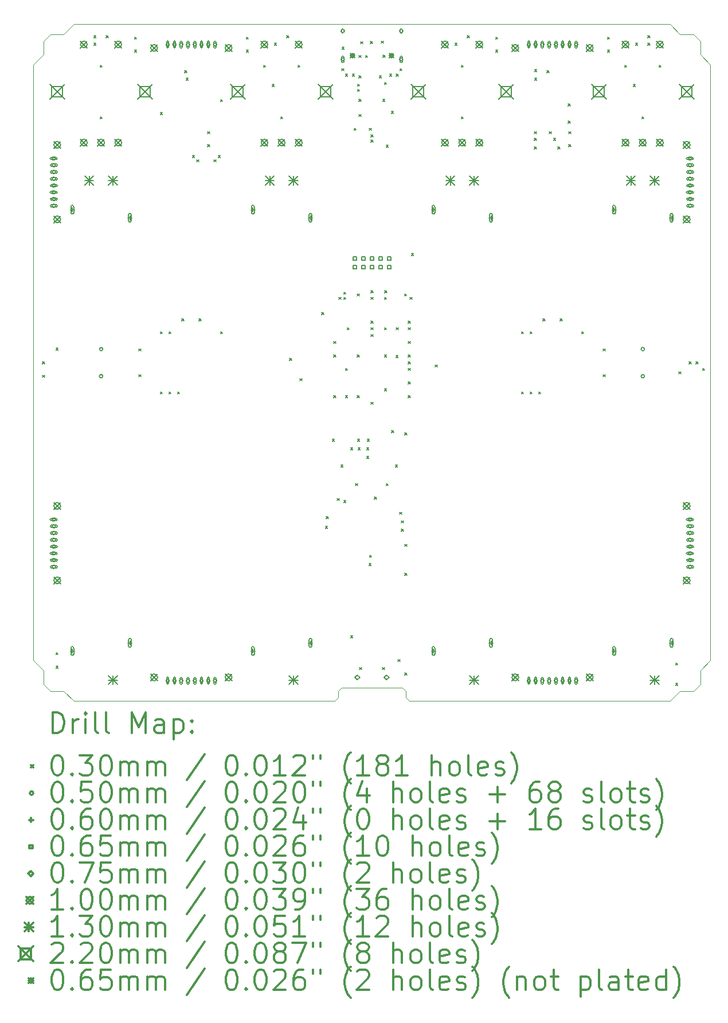
<source format=gbr>
%FSLAX45Y45*%
G04 Gerber Fmt 4.5, Leading zero omitted, Abs format (unit mm)*
G04 Created by KiCad (PCBNEW 5.1.9+dfsg1-1) date 2021-10-27 13:30:14*
%MOMM*%
%LPD*%
G01*
G04 APERTURE LIST*
%TA.AperFunction,Profile*%
%ADD10C,0.050000*%
%TD*%
%ADD11C,0.200000*%
%ADD12C,0.300000*%
G04 APERTURE END LIST*
D10*
X10500000Y-14950000D02*
X10500000Y-14850000D01*
X10450000Y-14800000D02*
X9550000Y-14800000D01*
X9500000Y-14850000D02*
X9500000Y-14950000D01*
X9500000Y-14850000D02*
X9550000Y-14800000D01*
X10450000Y-14800000D02*
X10500000Y-14850000D01*
X10500000Y-14950000D02*
X10550000Y-15000000D01*
X9500000Y-14950000D02*
X9450000Y-15000000D01*
X5000000Y-14400000D02*
X5000000Y-5600000D01*
X5150000Y-14550000D02*
X5000000Y-14400000D01*
X5150000Y-14750000D02*
X5150000Y-14550000D01*
X5250000Y-14850000D02*
X5150000Y-14750000D01*
X5450000Y-14850000D02*
X5250000Y-14850000D01*
X5600000Y-15000000D02*
X5450000Y-14850000D01*
X9450000Y-15000000D02*
X5600000Y-15000000D01*
X14400000Y-15000000D02*
X10550000Y-15000000D01*
X14550000Y-14850000D02*
X14400000Y-15000000D01*
X14750000Y-14850000D02*
X14550000Y-14850000D01*
X14850000Y-14750000D02*
X14750000Y-14850000D01*
X14850000Y-14550000D02*
X14850000Y-14750000D01*
X15000000Y-14400000D02*
X14850000Y-14550000D01*
X15000000Y-5600000D02*
X15000000Y-14400000D01*
X14850000Y-5450000D02*
X15000000Y-5600000D01*
X14850000Y-5250000D02*
X14850000Y-5450000D01*
X14750000Y-5150000D02*
X14850000Y-5250000D01*
X14550000Y-5150000D02*
X14750000Y-5150000D01*
X14400000Y-5000000D02*
X14550000Y-5150000D01*
X5600000Y-5000000D02*
X14400000Y-5000000D01*
X5450000Y-5150000D02*
X5600000Y-5000000D01*
X5250000Y-5150000D02*
X5450000Y-5150000D01*
X5150000Y-5250000D02*
X5250000Y-5150000D01*
X5150000Y-5450000D02*
X5150000Y-5250000D01*
X5000000Y-5600000D02*
X5150000Y-5450000D01*
D11*
X5135000Y-9985000D02*
X5165000Y-10015000D01*
X5165000Y-9985000D02*
X5135000Y-10015000D01*
X5135002Y-10185002D02*
X5165002Y-10215002D01*
X5165002Y-10185002D02*
X5135002Y-10215002D01*
X5335000Y-9785000D02*
X5365000Y-9815000D01*
X5365000Y-9785000D02*
X5335000Y-9815000D01*
X5335000Y-14485000D02*
X5365000Y-14515000D01*
X5365000Y-14485000D02*
X5335000Y-14515000D01*
X5335001Y-14285000D02*
X5365001Y-14315000D01*
X5365001Y-14285000D02*
X5335001Y-14315000D01*
X5894500Y-5167498D02*
X5924500Y-5197498D01*
X5924500Y-5167498D02*
X5894500Y-5197498D01*
X5894500Y-5277500D02*
X5924500Y-5307500D01*
X5924500Y-5277500D02*
X5894500Y-5307500D01*
X5984500Y-5603500D02*
X6014500Y-5633500D01*
X6014500Y-5603500D02*
X5984500Y-5633500D01*
X5984500Y-6365500D02*
X6014500Y-6395500D01*
X6014500Y-6365500D02*
X5984500Y-6395500D01*
X6074500Y-5167500D02*
X6104500Y-5197500D01*
X6104500Y-5167500D02*
X6074500Y-5197500D01*
X6492500Y-5192250D02*
X6522500Y-5222250D01*
X6522500Y-5192250D02*
X6492500Y-5222250D01*
X6492500Y-5379750D02*
X6522500Y-5409750D01*
X6522500Y-5379750D02*
X6492500Y-5409750D01*
X6556000Y-9794500D02*
X6586000Y-9824500D01*
X6586000Y-9794500D02*
X6556000Y-9824500D01*
X6556000Y-10175500D02*
X6586000Y-10205500D01*
X6586000Y-10175500D02*
X6556000Y-10205500D01*
X6873500Y-6302000D02*
X6903500Y-6332000D01*
X6903500Y-6302000D02*
X6873500Y-6332000D01*
X6873500Y-9540500D02*
X6903500Y-9570500D01*
X6903500Y-9540500D02*
X6873500Y-9570500D01*
X6873500Y-10429500D02*
X6903500Y-10459500D01*
X6903500Y-10429500D02*
X6873500Y-10459500D01*
X7000500Y-9540500D02*
X7030500Y-9570500D01*
X7030500Y-9540500D02*
X7000500Y-9570500D01*
X7000500Y-10429500D02*
X7030500Y-10459500D01*
X7030500Y-10429500D02*
X7000500Y-10459500D01*
X7127500Y-10429500D02*
X7157500Y-10459500D01*
X7157500Y-10429500D02*
X7127500Y-10459500D01*
X7191000Y-9350000D02*
X7221000Y-9380000D01*
X7221000Y-9350000D02*
X7191000Y-9380000D01*
X7235000Y-5685000D02*
X7265000Y-5715000D01*
X7265000Y-5685000D02*
X7235000Y-5715000D01*
X7254500Y-5794000D02*
X7284500Y-5824000D01*
X7284500Y-5794000D02*
X7254500Y-5824000D01*
X7349750Y-6937000D02*
X7379750Y-6967000D01*
X7379750Y-6937000D02*
X7349750Y-6967000D01*
X7413250Y-7000500D02*
X7443250Y-7030500D01*
X7443250Y-7000500D02*
X7413250Y-7030500D01*
X7445000Y-9350000D02*
X7475000Y-9380000D01*
X7475000Y-9350000D02*
X7445000Y-9380000D01*
X7572000Y-6589250D02*
X7602000Y-6619250D01*
X7602000Y-6589250D02*
X7572000Y-6619250D01*
X7572000Y-6776750D02*
X7602000Y-6806750D01*
X7602000Y-6776750D02*
X7572000Y-6806750D01*
X7667250Y-7000500D02*
X7697250Y-7030500D01*
X7697250Y-7000500D02*
X7667250Y-7030500D01*
X7730750Y-6937000D02*
X7760750Y-6967000D01*
X7760750Y-6937000D02*
X7730750Y-6967000D01*
X7762500Y-6111500D02*
X7792500Y-6141500D01*
X7792500Y-6111500D02*
X7762500Y-6141500D01*
X7762500Y-9540500D02*
X7792500Y-9570500D01*
X7792500Y-9540500D02*
X7762500Y-9570500D01*
X8143500Y-5192250D02*
X8173500Y-5222250D01*
X8173500Y-5192250D02*
X8143500Y-5222250D01*
X8143500Y-5379750D02*
X8173500Y-5409750D01*
X8173500Y-5379750D02*
X8143500Y-5409750D01*
X8397500Y-5603500D02*
X8427500Y-5633500D01*
X8427500Y-5603500D02*
X8397500Y-5633500D01*
X8524500Y-5890751D02*
X8554500Y-5920751D01*
X8554500Y-5890751D02*
X8524500Y-5920751D01*
X8561500Y-5277500D02*
X8591500Y-5307500D01*
X8591500Y-5277500D02*
X8561500Y-5307500D01*
X8651500Y-6365500D02*
X8681500Y-6395500D01*
X8681500Y-6365500D02*
X8651500Y-6395500D01*
X8741503Y-5167500D02*
X8771503Y-5197500D01*
X8771503Y-5167500D02*
X8741503Y-5197500D01*
X8785000Y-9935000D02*
X8815000Y-9965000D01*
X8815000Y-9935000D02*
X8785000Y-9965000D01*
X8905500Y-5603500D02*
X8935500Y-5633500D01*
X8935500Y-5603500D02*
X8905500Y-5633500D01*
X8935000Y-10235000D02*
X8965000Y-10265000D01*
X8965000Y-10235000D02*
X8935000Y-10265000D01*
X9260000Y-9260000D02*
X9290000Y-9290000D01*
X9290000Y-9260000D02*
X9260000Y-9290000D01*
X9315000Y-12415000D02*
X9345000Y-12445000D01*
X9345000Y-12415000D02*
X9315000Y-12445000D01*
X9325000Y-12275000D02*
X9355000Y-12305000D01*
X9355000Y-12275000D02*
X9325000Y-12305000D01*
X9413500Y-11128000D02*
X9443500Y-11158000D01*
X9443500Y-11128000D02*
X9413500Y-11158000D01*
X9435000Y-9685000D02*
X9465000Y-9715000D01*
X9465000Y-9685000D02*
X9435000Y-9715000D01*
X9435000Y-9885000D02*
X9465000Y-9915000D01*
X9465000Y-9885000D02*
X9435000Y-9915000D01*
X9435000Y-10485000D02*
X9465000Y-10515000D01*
X9465000Y-10485000D02*
X9435000Y-10515000D01*
X9485000Y-12005000D02*
X9515000Y-12035000D01*
X9515000Y-12005000D02*
X9485000Y-12035000D01*
X9510000Y-9035000D02*
X9540000Y-9065000D01*
X9540000Y-9035000D02*
X9510000Y-9065000D01*
X9540502Y-11509000D02*
X9570502Y-11539000D01*
X9570502Y-11509000D02*
X9540502Y-11539000D01*
X9555000Y-5655000D02*
X9585000Y-5685000D01*
X9585000Y-5655000D02*
X9555000Y-5685000D01*
X9560000Y-5337700D02*
X9590000Y-5367700D01*
X9590000Y-5337700D02*
X9560000Y-5367700D01*
X9585000Y-8960000D02*
X9615000Y-8990000D01*
X9615000Y-8960000D02*
X9585000Y-8990000D01*
X9585000Y-9034999D02*
X9615000Y-9064999D01*
X9615000Y-9034999D02*
X9585000Y-9064999D01*
X9585000Y-12035000D02*
X9615000Y-12065000D01*
X9615000Y-12035000D02*
X9585000Y-12065000D01*
X9610000Y-5735000D02*
X9640000Y-5765000D01*
X9640000Y-5735000D02*
X9610000Y-5765000D01*
X9610000Y-10085000D02*
X9640000Y-10115000D01*
X9640000Y-10085000D02*
X9610000Y-10115000D01*
X9610000Y-10485000D02*
X9640000Y-10515000D01*
X9640000Y-10485000D02*
X9610000Y-10515000D01*
X9635000Y-9485000D02*
X9665000Y-9515000D01*
X9665000Y-9485000D02*
X9635000Y-9515000D01*
X9685000Y-11255000D02*
X9715000Y-11285000D01*
X9715000Y-11255000D02*
X9685000Y-11285000D01*
X9685000Y-14035000D02*
X9715000Y-14065000D01*
X9715000Y-14035000D02*
X9685000Y-14065000D01*
X9710000Y-5735000D02*
X9740000Y-5765000D01*
X9740000Y-5735000D02*
X9710000Y-5765000D01*
X9735000Y-6535000D02*
X9765000Y-6565000D01*
X9765000Y-6535000D02*
X9735000Y-6565000D01*
X9760000Y-11785000D02*
X9790000Y-11815000D01*
X9790000Y-11785000D02*
X9760000Y-11815000D01*
X9785000Y-8985000D02*
X9815000Y-9015000D01*
X9815000Y-8985000D02*
X9785000Y-9015000D01*
X9785000Y-9885000D02*
X9815000Y-9915000D01*
X9815000Y-9885000D02*
X9785000Y-9915000D01*
X9785000Y-10485000D02*
X9815000Y-10515000D01*
X9815000Y-10485000D02*
X9785000Y-10515000D01*
X9785500Y-11128000D02*
X9815500Y-11158000D01*
X9815500Y-11128000D02*
X9785500Y-11158000D01*
X9787701Y-5885000D02*
X9817701Y-5915000D01*
X9817701Y-5885000D02*
X9787701Y-5915000D01*
X9787701Y-5960000D02*
X9817701Y-5990000D01*
X9817701Y-5960000D02*
X9787701Y-5990000D01*
X9794500Y-11255000D02*
X9824500Y-11285000D01*
X9824500Y-11255000D02*
X9794500Y-11285000D01*
X9810000Y-5460000D02*
X9840000Y-5490000D01*
X9840000Y-5460000D02*
X9810000Y-5490000D01*
X9810000Y-5760000D02*
X9840000Y-5790000D01*
X9840000Y-5760000D02*
X9810000Y-5790000D01*
X9810000Y-6110000D02*
X9840000Y-6140000D01*
X9840000Y-6110000D02*
X9810000Y-6140000D01*
X9810000Y-6335000D02*
X9840000Y-6365000D01*
X9840000Y-6335000D02*
X9810000Y-6365000D01*
X9815000Y-14505000D02*
X9845000Y-14535000D01*
X9845000Y-14505000D02*
X9815000Y-14535000D01*
X9835000Y-5260000D02*
X9865000Y-5290000D01*
X9865000Y-5260000D02*
X9835000Y-5290000D01*
X9907140Y-5460000D02*
X9937140Y-5490000D01*
X9937140Y-5460000D02*
X9907140Y-5490000D01*
X9921500Y-11255000D02*
X9951500Y-11285000D01*
X9951500Y-11255000D02*
X9921500Y-11285000D01*
X9921500Y-11382000D02*
X9951500Y-11412000D01*
X9951500Y-11382000D02*
X9921500Y-11412000D01*
X9930501Y-11128000D02*
X9960501Y-11158000D01*
X9960501Y-11128000D02*
X9930501Y-11158000D01*
X9955000Y-12965000D02*
X9985000Y-12995000D01*
X9985000Y-12965000D02*
X9955000Y-12995000D01*
X9959531Y-6535000D02*
X9989531Y-6565000D01*
X9989531Y-6535000D02*
X9959531Y-6565000D01*
X9965000Y-12845000D02*
X9995000Y-12875000D01*
X9995000Y-12845000D02*
X9965000Y-12875000D01*
X9979772Y-5254772D02*
X10009772Y-5284772D01*
X10009772Y-5254772D02*
X9979772Y-5284772D01*
X9985000Y-6635000D02*
X10015000Y-6665000D01*
X10015000Y-6635000D02*
X9985000Y-6665000D01*
X9985000Y-6710000D02*
X10015000Y-6740000D01*
X10015000Y-6710000D02*
X9985000Y-6740000D01*
X9985000Y-8935001D02*
X10015000Y-8965001D01*
X10015000Y-8935001D02*
X9985000Y-8965001D01*
X9985000Y-9035001D02*
X10015000Y-9065001D01*
X10015000Y-9035001D02*
X9985000Y-9065001D01*
X9985000Y-9385000D02*
X10015000Y-9415000D01*
X10015000Y-9385000D02*
X9985000Y-9415000D01*
X9985000Y-9485000D02*
X10015000Y-9515000D01*
X10015000Y-9485000D02*
X9985000Y-9515000D01*
X9985000Y-9585000D02*
X10015000Y-9615000D01*
X10015000Y-9585000D02*
X9985000Y-9615000D01*
X9985000Y-10585000D02*
X10015000Y-10615000D01*
X10015000Y-10585000D02*
X9985000Y-10615000D01*
X10035000Y-11985000D02*
X10065000Y-12015000D01*
X10065000Y-11985000D02*
X10035000Y-12015000D01*
X10110000Y-5760000D02*
X10140000Y-5790000D01*
X10140000Y-5760000D02*
X10110000Y-5790000D01*
X10139243Y-5248752D02*
X10169243Y-5278752D01*
X10169243Y-5248752D02*
X10139243Y-5278752D01*
X10155000Y-14505000D02*
X10185000Y-14535000D01*
X10185000Y-14505000D02*
X10155000Y-14535000D01*
X10160000Y-6110000D02*
X10190000Y-6140000D01*
X10190000Y-6110000D02*
X10160000Y-6140000D01*
X10165000Y-5455000D02*
X10195000Y-5485000D01*
X10195000Y-5455000D02*
X10165000Y-5485000D01*
X10185000Y-9035000D02*
X10215000Y-9065000D01*
X10215000Y-9035000D02*
X10185000Y-9065000D01*
X10185000Y-5860000D02*
X10215000Y-5890000D01*
X10215000Y-5860000D02*
X10185000Y-5890000D01*
X10185000Y-9485000D02*
X10215000Y-9515000D01*
X10215000Y-9485000D02*
X10185000Y-9515000D01*
X10185000Y-9885000D02*
X10215000Y-9915000D01*
X10215000Y-9885000D02*
X10185000Y-9915000D01*
X10185000Y-10385001D02*
X10215000Y-10415001D01*
X10215000Y-10385001D02*
X10185000Y-10415001D01*
X10187701Y-8935000D02*
X10217701Y-8965000D01*
X10217701Y-8935000D02*
X10187701Y-8965000D01*
X10210000Y-6785000D02*
X10240000Y-6815000D01*
X10240000Y-6785000D02*
X10210000Y-6815000D01*
X10210000Y-11785000D02*
X10240000Y-11815000D01*
X10240000Y-11785000D02*
X10210000Y-11815000D01*
X10260000Y-5735000D02*
X10290000Y-5765000D01*
X10290000Y-5735000D02*
X10260000Y-5765000D01*
X10285000Y-6285000D02*
X10315000Y-6315000D01*
X10315000Y-6285000D02*
X10285000Y-6315000D01*
X10289999Y-11001000D02*
X10319999Y-11031000D01*
X10319999Y-11001000D02*
X10289999Y-11031000D01*
X10345000Y-11509000D02*
X10375000Y-11539000D01*
X10375000Y-11509000D02*
X10345000Y-11539000D01*
X10355000Y-9895000D02*
X10385000Y-9925000D01*
X10385000Y-9895000D02*
X10355000Y-9925000D01*
X10360000Y-5735000D02*
X10390000Y-5765000D01*
X10390000Y-5735000D02*
X10360000Y-5765000D01*
X10360000Y-9485000D02*
X10390000Y-9515000D01*
X10390000Y-9485000D02*
X10360000Y-9515000D01*
X10385000Y-14385000D02*
X10415000Y-14415000D01*
X10415000Y-14385000D02*
X10385000Y-14415000D01*
X10410000Y-12210000D02*
X10440000Y-12240000D01*
X10440000Y-12210000D02*
X10410000Y-12240000D01*
X10415000Y-5655000D02*
X10445000Y-5685000D01*
X10445000Y-5655000D02*
X10415000Y-5685000D01*
X10434500Y-12334500D02*
X10464500Y-12364500D01*
X10464500Y-12334500D02*
X10434500Y-12364500D01*
X10435000Y-12460000D02*
X10465000Y-12490000D01*
X10465000Y-12460000D02*
X10435000Y-12490000D01*
X10482300Y-8982300D02*
X10512300Y-9012300D01*
X10512300Y-8982300D02*
X10482300Y-9012300D01*
X10485000Y-11035000D02*
X10515000Y-11065000D01*
X10515000Y-11035000D02*
X10485000Y-11065000D01*
X10485000Y-12685000D02*
X10515000Y-12715000D01*
X10515000Y-12685000D02*
X10485000Y-12715000D01*
X10485000Y-13110000D02*
X10515000Y-13140000D01*
X10515000Y-13110000D02*
X10485000Y-13140000D01*
X10485000Y-14585000D02*
X10515000Y-14615000D01*
X10515000Y-14585000D02*
X10485000Y-14615000D01*
X10535000Y-9385000D02*
X10565000Y-9415000D01*
X10565000Y-9385000D02*
X10535000Y-9415000D01*
X10535000Y-9485000D02*
X10565000Y-9515000D01*
X10565000Y-9485000D02*
X10535000Y-9515000D01*
X10535000Y-9685000D02*
X10565000Y-9715000D01*
X10565000Y-9685000D02*
X10535000Y-9715000D01*
X10535000Y-9885000D02*
X10565000Y-9915000D01*
X10565000Y-9885000D02*
X10535000Y-9915000D01*
X10535000Y-9985000D02*
X10565000Y-10015000D01*
X10565000Y-9985000D02*
X10535000Y-10015000D01*
X10535000Y-10085000D02*
X10565000Y-10115000D01*
X10565000Y-10085000D02*
X10535000Y-10115000D01*
X10535000Y-10285000D02*
X10565000Y-10315000D01*
X10565000Y-10285000D02*
X10535000Y-10315000D01*
X10535000Y-10485000D02*
X10565000Y-10515000D01*
X10565000Y-10485000D02*
X10535000Y-10515000D01*
X10560000Y-9035000D02*
X10590000Y-9065000D01*
X10590000Y-9035000D02*
X10560000Y-9065000D01*
X10585000Y-8385000D02*
X10615000Y-8415000D01*
X10615000Y-8385000D02*
X10585000Y-8415000D01*
X10935000Y-10035000D02*
X10965000Y-10065000D01*
X10965000Y-10035000D02*
X10935000Y-10065000D01*
X11228500Y-5277500D02*
X11258500Y-5307500D01*
X11258500Y-5277500D02*
X11228500Y-5307500D01*
X11318500Y-5603500D02*
X11348500Y-5633500D01*
X11348500Y-5603500D02*
X11318500Y-5633500D01*
X11318500Y-6365500D02*
X11348500Y-6395500D01*
X11348500Y-6365500D02*
X11318500Y-6395500D01*
X11408500Y-5167500D02*
X11438500Y-5197500D01*
X11438500Y-5167500D02*
X11408500Y-5197500D01*
X11826500Y-5192250D02*
X11856500Y-5222250D01*
X11856500Y-5192250D02*
X11826500Y-5222250D01*
X11826500Y-5379750D02*
X11856500Y-5409750D01*
X11856500Y-5379750D02*
X11826500Y-5409750D01*
X12207500Y-9540500D02*
X12237500Y-9570500D01*
X12237500Y-9540500D02*
X12207500Y-9570500D01*
X12207500Y-10429500D02*
X12237500Y-10459500D01*
X12237500Y-10429500D02*
X12207500Y-10459500D01*
X12334500Y-9540500D02*
X12364500Y-9570500D01*
X12364500Y-9540500D02*
X12334500Y-9570500D01*
X12334500Y-10429500D02*
X12364500Y-10459500D01*
X12364500Y-10429500D02*
X12334500Y-10459500D01*
X12398000Y-6587750D02*
X12428000Y-6617750D01*
X12428000Y-6587750D02*
X12398000Y-6617750D01*
X12398000Y-6683000D02*
X12428000Y-6713000D01*
X12428000Y-6683000D02*
X12398000Y-6713000D01*
X12398000Y-6810000D02*
X12428000Y-6840000D01*
X12428000Y-6810000D02*
X12398000Y-6840000D01*
X12404500Y-5667000D02*
X12434500Y-5697000D01*
X12434500Y-5667000D02*
X12404500Y-5697000D01*
X12404500Y-5794000D02*
X12434500Y-5824000D01*
X12434500Y-5794000D02*
X12404500Y-5824000D01*
X12461500Y-10429500D02*
X12491500Y-10459500D01*
X12491500Y-10429500D02*
X12461500Y-10459500D01*
X12525000Y-9350000D02*
X12555000Y-9380000D01*
X12555000Y-9350000D02*
X12525000Y-9380000D01*
X12585000Y-5685000D02*
X12615000Y-5715000D01*
X12615000Y-5685000D02*
X12585000Y-5715000D01*
X12620250Y-6587751D02*
X12650250Y-6617751D01*
X12650250Y-6587751D02*
X12620250Y-6617751D01*
X12683750Y-6683001D02*
X12713750Y-6713001D01*
X12713750Y-6683001D02*
X12683750Y-6713001D01*
X12747249Y-6809999D02*
X12777249Y-6839999D01*
X12777249Y-6809999D02*
X12747249Y-6839999D01*
X12779000Y-9350000D02*
X12809000Y-9380000D01*
X12809000Y-9350000D02*
X12779000Y-9380000D01*
X12899500Y-6175000D02*
X12929500Y-6205000D01*
X12929500Y-6175000D02*
X12899500Y-6205000D01*
X12899500Y-6429000D02*
X12929500Y-6459000D01*
X12929500Y-6429000D02*
X12899500Y-6459000D01*
X12906000Y-6589250D02*
X12936000Y-6619250D01*
X12936000Y-6589250D02*
X12906000Y-6619250D01*
X12906000Y-6776750D02*
X12936000Y-6806750D01*
X12936000Y-6776750D02*
X12906000Y-6806750D01*
X13096500Y-9540500D02*
X13126500Y-9570500D01*
X13126500Y-9540500D02*
X13096500Y-9570500D01*
X13414000Y-9794500D02*
X13444000Y-9824500D01*
X13444000Y-9794500D02*
X13414000Y-9824500D01*
X13414000Y-10175500D02*
X13444000Y-10205500D01*
X13444000Y-10175500D02*
X13414000Y-10205500D01*
X13477500Y-5192250D02*
X13507500Y-5222250D01*
X13507500Y-5192250D02*
X13477500Y-5222250D01*
X13477500Y-5379750D02*
X13507500Y-5409750D01*
X13507500Y-5379750D02*
X13477500Y-5409750D01*
X13731500Y-5603500D02*
X13761500Y-5633500D01*
X13761500Y-5603500D02*
X13731500Y-5633500D01*
X13858500Y-5890748D02*
X13888500Y-5920748D01*
X13888500Y-5890748D02*
X13858500Y-5920748D01*
X13895500Y-5277500D02*
X13925500Y-5307500D01*
X13925500Y-5277500D02*
X13895500Y-5307500D01*
X13985500Y-6365500D02*
X14015500Y-6395500D01*
X14015500Y-6365500D02*
X13985500Y-6395500D01*
X14075500Y-5167500D02*
X14105500Y-5197500D01*
X14105500Y-5167500D02*
X14075500Y-5197500D01*
X14075500Y-5277503D02*
X14105500Y-5307503D01*
X14105500Y-5277503D02*
X14075500Y-5307503D01*
X14239500Y-5603500D02*
X14269500Y-5633500D01*
X14269500Y-5603500D02*
X14239500Y-5633500D01*
X14485000Y-14735000D02*
X14515000Y-14765000D01*
X14515000Y-14735000D02*
X14485000Y-14765000D01*
X14485002Y-14435000D02*
X14515002Y-14465000D01*
X14515002Y-14435000D02*
X14485002Y-14465000D01*
X14535000Y-10135000D02*
X14565000Y-10165000D01*
X14565000Y-10135000D02*
X14535000Y-10165000D01*
X14685000Y-9985000D02*
X14715000Y-10015000D01*
X14715000Y-9985000D02*
X14685000Y-10015000D01*
X14785000Y-9985002D02*
X14815000Y-10015002D01*
X14815000Y-9985002D02*
X14785000Y-10015002D01*
X14885000Y-10085000D02*
X14915000Y-10115000D01*
X14915000Y-10085000D02*
X14885000Y-10115000D01*
X5326000Y-6983000D02*
G75*
G03*
X5326000Y-6983000I-25000J0D01*
G01*
X5261000Y-6998000D02*
X5341000Y-6998000D01*
X5261000Y-6968000D02*
X5341000Y-6968000D01*
X5341000Y-6998000D02*
G75*
G03*
X5341000Y-6968000I0J15000D01*
G01*
X5261000Y-6968000D02*
G75*
G03*
X5261000Y-6998000I0J-15000D01*
G01*
X5326000Y-7083000D02*
G75*
G03*
X5326000Y-7083000I-25000J0D01*
G01*
X5261000Y-7098000D02*
X5341000Y-7098000D01*
X5261000Y-7068000D02*
X5341000Y-7068000D01*
X5341000Y-7098000D02*
G75*
G03*
X5341000Y-7068000I0J15000D01*
G01*
X5261000Y-7068000D02*
G75*
G03*
X5261000Y-7098000I0J-15000D01*
G01*
X5326000Y-7183000D02*
G75*
G03*
X5326000Y-7183000I-25000J0D01*
G01*
X5261000Y-7198000D02*
X5341000Y-7198000D01*
X5261000Y-7168000D02*
X5341000Y-7168000D01*
X5341000Y-7198000D02*
G75*
G03*
X5341000Y-7168000I0J15000D01*
G01*
X5261000Y-7168000D02*
G75*
G03*
X5261000Y-7198000I0J-15000D01*
G01*
X5326000Y-7283000D02*
G75*
G03*
X5326000Y-7283000I-25000J0D01*
G01*
X5261000Y-7298000D02*
X5341000Y-7298000D01*
X5261000Y-7268000D02*
X5341000Y-7268000D01*
X5341000Y-7298000D02*
G75*
G03*
X5341000Y-7268000I0J15000D01*
G01*
X5261000Y-7268000D02*
G75*
G03*
X5261000Y-7298000I0J-15000D01*
G01*
X5326000Y-7383000D02*
G75*
G03*
X5326000Y-7383000I-25000J0D01*
G01*
X5261000Y-7398000D02*
X5341000Y-7398000D01*
X5261000Y-7368000D02*
X5341000Y-7368000D01*
X5341000Y-7398000D02*
G75*
G03*
X5341000Y-7368000I0J15000D01*
G01*
X5261000Y-7368000D02*
G75*
G03*
X5261000Y-7398000I0J-15000D01*
G01*
X5326000Y-7483000D02*
G75*
G03*
X5326000Y-7483000I-25000J0D01*
G01*
X5261000Y-7498000D02*
X5341000Y-7498000D01*
X5261000Y-7468000D02*
X5341000Y-7468000D01*
X5341000Y-7498000D02*
G75*
G03*
X5341000Y-7468000I0J15000D01*
G01*
X5261000Y-7468000D02*
G75*
G03*
X5261000Y-7498000I0J-15000D01*
G01*
X5326000Y-7583000D02*
G75*
G03*
X5326000Y-7583000I-25000J0D01*
G01*
X5261000Y-7598000D02*
X5341000Y-7598000D01*
X5261000Y-7568000D02*
X5341000Y-7568000D01*
X5341000Y-7598000D02*
G75*
G03*
X5341000Y-7568000I0J15000D01*
G01*
X5261000Y-7568000D02*
G75*
G03*
X5261000Y-7598000I0J-15000D01*
G01*
X5326000Y-7683000D02*
G75*
G03*
X5326000Y-7683000I-25000J0D01*
G01*
X5261000Y-7698000D02*
X5341000Y-7698000D01*
X5261000Y-7668000D02*
X5341000Y-7668000D01*
X5341000Y-7698000D02*
G75*
G03*
X5341000Y-7668000I0J15000D01*
G01*
X5261000Y-7668000D02*
G75*
G03*
X5261000Y-7698000I0J-15000D01*
G01*
X5326000Y-12317000D02*
G75*
G03*
X5326000Y-12317000I-25000J0D01*
G01*
X5261000Y-12332000D02*
X5341000Y-12332000D01*
X5261000Y-12302000D02*
X5341000Y-12302000D01*
X5341000Y-12332000D02*
G75*
G03*
X5341000Y-12302000I0J15000D01*
G01*
X5261000Y-12302000D02*
G75*
G03*
X5261000Y-12332000I0J-15000D01*
G01*
X5326000Y-12417000D02*
G75*
G03*
X5326000Y-12417000I-25000J0D01*
G01*
X5261000Y-12432000D02*
X5341000Y-12432000D01*
X5261000Y-12402000D02*
X5341000Y-12402000D01*
X5341000Y-12432000D02*
G75*
G03*
X5341000Y-12402000I0J15000D01*
G01*
X5261000Y-12402000D02*
G75*
G03*
X5261000Y-12432000I0J-15000D01*
G01*
X5326000Y-12517000D02*
G75*
G03*
X5326000Y-12517000I-25000J0D01*
G01*
X5261000Y-12532000D02*
X5341000Y-12532000D01*
X5261000Y-12502000D02*
X5341000Y-12502000D01*
X5341000Y-12532000D02*
G75*
G03*
X5341000Y-12502000I0J15000D01*
G01*
X5261000Y-12502000D02*
G75*
G03*
X5261000Y-12532000I0J-15000D01*
G01*
X5326000Y-12617000D02*
G75*
G03*
X5326000Y-12617000I-25000J0D01*
G01*
X5261000Y-12632000D02*
X5341000Y-12632000D01*
X5261000Y-12602000D02*
X5341000Y-12602000D01*
X5341000Y-12632000D02*
G75*
G03*
X5341000Y-12602000I0J15000D01*
G01*
X5261000Y-12602000D02*
G75*
G03*
X5261000Y-12632000I0J-15000D01*
G01*
X5326000Y-12717000D02*
G75*
G03*
X5326000Y-12717000I-25000J0D01*
G01*
X5261000Y-12732000D02*
X5341000Y-12732000D01*
X5261000Y-12702000D02*
X5341000Y-12702000D01*
X5341000Y-12732000D02*
G75*
G03*
X5341000Y-12702000I0J15000D01*
G01*
X5261000Y-12702000D02*
G75*
G03*
X5261000Y-12732000I0J-15000D01*
G01*
X5326000Y-12817000D02*
G75*
G03*
X5326000Y-12817000I-25000J0D01*
G01*
X5261000Y-12832000D02*
X5341000Y-12832000D01*
X5261000Y-12802000D02*
X5341000Y-12802000D01*
X5341000Y-12832000D02*
G75*
G03*
X5341000Y-12802000I0J15000D01*
G01*
X5261000Y-12802000D02*
G75*
G03*
X5261000Y-12832000I0J-15000D01*
G01*
X5326000Y-12917000D02*
G75*
G03*
X5326000Y-12917000I-25000J0D01*
G01*
X5261000Y-12932000D02*
X5341000Y-12932000D01*
X5261000Y-12902000D02*
X5341000Y-12902000D01*
X5341000Y-12932000D02*
G75*
G03*
X5341000Y-12902000I0J15000D01*
G01*
X5261000Y-12902000D02*
G75*
G03*
X5261000Y-12932000I0J-15000D01*
G01*
X5326000Y-13017000D02*
G75*
G03*
X5326000Y-13017000I-25000J0D01*
G01*
X5261000Y-13032000D02*
X5341000Y-13032000D01*
X5261000Y-13002000D02*
X5341000Y-13002000D01*
X5341000Y-13032000D02*
G75*
G03*
X5341000Y-13002000I0J15000D01*
G01*
X5261000Y-13002000D02*
G75*
G03*
X5261000Y-13032000I0J-15000D01*
G01*
X6025000Y-9800000D02*
G75*
G03*
X6025000Y-9800000I-25000J0D01*
G01*
X6025000Y-10200000D02*
G75*
G03*
X6025000Y-10200000I-25000J0D01*
G01*
X7008000Y-5301000D02*
G75*
G03*
X7008000Y-5301000I-25000J0D01*
G01*
X6968000Y-5261000D02*
X6968000Y-5341000D01*
X6998000Y-5261000D02*
X6998000Y-5341000D01*
X6968000Y-5341000D02*
G75*
G03*
X6998000Y-5341000I15000J0D01*
G01*
X6998000Y-5261000D02*
G75*
G03*
X6968000Y-5261000I-15000J0D01*
G01*
X7008000Y-14699000D02*
G75*
G03*
X7008000Y-14699000I-25000J0D01*
G01*
X6998000Y-14739000D02*
X6998000Y-14659000D01*
X6968000Y-14739000D02*
X6968000Y-14659000D01*
X6998000Y-14659000D02*
G75*
G03*
X6968000Y-14659000I-15000J0D01*
G01*
X6968000Y-14739000D02*
G75*
G03*
X6998000Y-14739000I15000J0D01*
G01*
X7108000Y-5301000D02*
G75*
G03*
X7108000Y-5301000I-25000J0D01*
G01*
X7068000Y-5261000D02*
X7068000Y-5341000D01*
X7098000Y-5261000D02*
X7098000Y-5341000D01*
X7068000Y-5341000D02*
G75*
G03*
X7098000Y-5341000I15000J0D01*
G01*
X7098000Y-5261000D02*
G75*
G03*
X7068000Y-5261000I-15000J0D01*
G01*
X7108000Y-14699000D02*
G75*
G03*
X7108000Y-14699000I-25000J0D01*
G01*
X7098000Y-14739000D02*
X7098000Y-14659000D01*
X7068000Y-14739000D02*
X7068000Y-14659000D01*
X7098000Y-14659000D02*
G75*
G03*
X7068000Y-14659000I-15000J0D01*
G01*
X7068000Y-14739000D02*
G75*
G03*
X7098000Y-14739000I15000J0D01*
G01*
X7208000Y-5301000D02*
G75*
G03*
X7208000Y-5301000I-25000J0D01*
G01*
X7168000Y-5261000D02*
X7168000Y-5341000D01*
X7198000Y-5261000D02*
X7198000Y-5341000D01*
X7168000Y-5341000D02*
G75*
G03*
X7198000Y-5341000I15000J0D01*
G01*
X7198000Y-5261000D02*
G75*
G03*
X7168000Y-5261000I-15000J0D01*
G01*
X7208000Y-14699000D02*
G75*
G03*
X7208000Y-14699000I-25000J0D01*
G01*
X7198000Y-14739000D02*
X7198000Y-14659000D01*
X7168000Y-14739000D02*
X7168000Y-14659000D01*
X7198000Y-14659000D02*
G75*
G03*
X7168000Y-14659000I-15000J0D01*
G01*
X7168000Y-14739000D02*
G75*
G03*
X7198000Y-14739000I15000J0D01*
G01*
X7308000Y-5301000D02*
G75*
G03*
X7308000Y-5301000I-25000J0D01*
G01*
X7268000Y-5261000D02*
X7268000Y-5341000D01*
X7298000Y-5261000D02*
X7298000Y-5341000D01*
X7268000Y-5341000D02*
G75*
G03*
X7298000Y-5341000I15000J0D01*
G01*
X7298000Y-5261000D02*
G75*
G03*
X7268000Y-5261000I-15000J0D01*
G01*
X7308000Y-14699000D02*
G75*
G03*
X7308000Y-14699000I-25000J0D01*
G01*
X7298000Y-14739000D02*
X7298000Y-14659000D01*
X7268000Y-14739000D02*
X7268000Y-14659000D01*
X7298000Y-14659000D02*
G75*
G03*
X7268000Y-14659000I-15000J0D01*
G01*
X7268000Y-14739000D02*
G75*
G03*
X7298000Y-14739000I15000J0D01*
G01*
X7408000Y-5301000D02*
G75*
G03*
X7408000Y-5301000I-25000J0D01*
G01*
X7368000Y-5261000D02*
X7368000Y-5341000D01*
X7398000Y-5261000D02*
X7398000Y-5341000D01*
X7368000Y-5341000D02*
G75*
G03*
X7398000Y-5341000I15000J0D01*
G01*
X7398000Y-5261000D02*
G75*
G03*
X7368000Y-5261000I-15000J0D01*
G01*
X7408000Y-14699000D02*
G75*
G03*
X7408000Y-14699000I-25000J0D01*
G01*
X7398000Y-14739000D02*
X7398000Y-14659000D01*
X7368000Y-14739000D02*
X7368000Y-14659000D01*
X7398000Y-14659000D02*
G75*
G03*
X7368000Y-14659000I-15000J0D01*
G01*
X7368000Y-14739000D02*
G75*
G03*
X7398000Y-14739000I15000J0D01*
G01*
X7508000Y-5301000D02*
G75*
G03*
X7508000Y-5301000I-25000J0D01*
G01*
X7468000Y-5261000D02*
X7468000Y-5341000D01*
X7498000Y-5261000D02*
X7498000Y-5341000D01*
X7468000Y-5341000D02*
G75*
G03*
X7498000Y-5341000I15000J0D01*
G01*
X7498000Y-5261000D02*
G75*
G03*
X7468000Y-5261000I-15000J0D01*
G01*
X7508000Y-14699000D02*
G75*
G03*
X7508000Y-14699000I-25000J0D01*
G01*
X7498000Y-14739000D02*
X7498000Y-14659000D01*
X7468000Y-14739000D02*
X7468000Y-14659000D01*
X7498000Y-14659000D02*
G75*
G03*
X7468000Y-14659000I-15000J0D01*
G01*
X7468000Y-14739000D02*
G75*
G03*
X7498000Y-14739000I15000J0D01*
G01*
X7608000Y-5301000D02*
G75*
G03*
X7608000Y-5301000I-25000J0D01*
G01*
X7568000Y-5261000D02*
X7568000Y-5341000D01*
X7598000Y-5261000D02*
X7598000Y-5341000D01*
X7568000Y-5341000D02*
G75*
G03*
X7598000Y-5341000I15000J0D01*
G01*
X7598000Y-5261000D02*
G75*
G03*
X7568000Y-5261000I-15000J0D01*
G01*
X7608000Y-14699000D02*
G75*
G03*
X7608000Y-14699000I-25000J0D01*
G01*
X7598000Y-14739000D02*
X7598000Y-14659000D01*
X7568000Y-14739000D02*
X7568000Y-14659000D01*
X7598000Y-14659000D02*
G75*
G03*
X7568000Y-14659000I-15000J0D01*
G01*
X7568000Y-14739000D02*
G75*
G03*
X7598000Y-14739000I15000J0D01*
G01*
X7708000Y-5301000D02*
G75*
G03*
X7708000Y-5301000I-25000J0D01*
G01*
X7668000Y-5261000D02*
X7668000Y-5341000D01*
X7698000Y-5261000D02*
X7698000Y-5341000D01*
X7668000Y-5341000D02*
G75*
G03*
X7698000Y-5341000I15000J0D01*
G01*
X7698000Y-5261000D02*
G75*
G03*
X7668000Y-5261000I-15000J0D01*
G01*
X7708000Y-14699000D02*
G75*
G03*
X7708000Y-14699000I-25000J0D01*
G01*
X7698000Y-14739000D02*
X7698000Y-14659000D01*
X7668000Y-14739000D02*
X7668000Y-14659000D01*
X7698000Y-14659000D02*
G75*
G03*
X7668000Y-14659000I-15000J0D01*
G01*
X7668000Y-14739000D02*
G75*
G03*
X7698000Y-14739000I15000J0D01*
G01*
X9593000Y-5100000D02*
G75*
G03*
X9593000Y-5100000I-25000J0D01*
G01*
X9583000Y-5120000D02*
X9583000Y-5080000D01*
X9553000Y-5120000D02*
X9553000Y-5080000D01*
X9583000Y-5080000D02*
G75*
G03*
X9553000Y-5080000I-15000J0D01*
G01*
X9553000Y-5120000D02*
G75*
G03*
X9583000Y-5120000I15000J0D01*
G01*
X9593000Y-5518000D02*
G75*
G03*
X9593000Y-5518000I-25000J0D01*
G01*
X9583000Y-5553000D02*
X9583000Y-5483000D01*
X9553000Y-5553000D02*
X9553000Y-5483000D01*
X9583000Y-5483000D02*
G75*
G03*
X9553000Y-5483000I-15000J0D01*
G01*
X9553000Y-5553000D02*
G75*
G03*
X9583000Y-5553000I15000J0D01*
G01*
X10457000Y-5100000D02*
G75*
G03*
X10457000Y-5100000I-25000J0D01*
G01*
X10447000Y-5120000D02*
X10447000Y-5080000D01*
X10417000Y-5120000D02*
X10417000Y-5080000D01*
X10447000Y-5080000D02*
G75*
G03*
X10417000Y-5080000I-15000J0D01*
G01*
X10417000Y-5120000D02*
G75*
G03*
X10447000Y-5120000I15000J0D01*
G01*
X10457000Y-5518000D02*
G75*
G03*
X10457000Y-5518000I-25000J0D01*
G01*
X10447000Y-5553000D02*
X10447000Y-5483000D01*
X10417000Y-5553000D02*
X10417000Y-5483000D01*
X10447000Y-5483000D02*
G75*
G03*
X10417000Y-5483000I-15000J0D01*
G01*
X10417000Y-5553000D02*
G75*
G03*
X10447000Y-5553000I15000J0D01*
G01*
X12342000Y-5301000D02*
G75*
G03*
X12342000Y-5301000I-25000J0D01*
G01*
X12302000Y-5261000D02*
X12302000Y-5341000D01*
X12332000Y-5261000D02*
X12332000Y-5341000D01*
X12302000Y-5341000D02*
G75*
G03*
X12332000Y-5341000I15000J0D01*
G01*
X12332000Y-5261000D02*
G75*
G03*
X12302000Y-5261000I-15000J0D01*
G01*
X12342000Y-14699000D02*
G75*
G03*
X12342000Y-14699000I-25000J0D01*
G01*
X12332000Y-14739000D02*
X12332000Y-14659000D01*
X12302000Y-14739000D02*
X12302000Y-14659000D01*
X12332000Y-14659000D02*
G75*
G03*
X12302000Y-14659000I-15000J0D01*
G01*
X12302000Y-14739000D02*
G75*
G03*
X12332000Y-14739000I15000J0D01*
G01*
X12442000Y-5301000D02*
G75*
G03*
X12442000Y-5301000I-25000J0D01*
G01*
X12402000Y-5261000D02*
X12402000Y-5341000D01*
X12432000Y-5261000D02*
X12432000Y-5341000D01*
X12402000Y-5341000D02*
G75*
G03*
X12432000Y-5341000I15000J0D01*
G01*
X12432000Y-5261000D02*
G75*
G03*
X12402000Y-5261000I-15000J0D01*
G01*
X12442000Y-14699000D02*
G75*
G03*
X12442000Y-14699000I-25000J0D01*
G01*
X12432000Y-14739000D02*
X12432000Y-14659000D01*
X12402000Y-14739000D02*
X12402000Y-14659000D01*
X12432000Y-14659000D02*
G75*
G03*
X12402000Y-14659000I-15000J0D01*
G01*
X12402000Y-14739000D02*
G75*
G03*
X12432000Y-14739000I15000J0D01*
G01*
X12542000Y-5301000D02*
G75*
G03*
X12542000Y-5301000I-25000J0D01*
G01*
X12502000Y-5261000D02*
X12502000Y-5341000D01*
X12532000Y-5261000D02*
X12532000Y-5341000D01*
X12502000Y-5341000D02*
G75*
G03*
X12532000Y-5341000I15000J0D01*
G01*
X12532000Y-5261000D02*
G75*
G03*
X12502000Y-5261000I-15000J0D01*
G01*
X12542000Y-14699000D02*
G75*
G03*
X12542000Y-14699000I-25000J0D01*
G01*
X12532000Y-14739000D02*
X12532000Y-14659000D01*
X12502000Y-14739000D02*
X12502000Y-14659000D01*
X12532000Y-14659000D02*
G75*
G03*
X12502000Y-14659000I-15000J0D01*
G01*
X12502000Y-14739000D02*
G75*
G03*
X12532000Y-14739000I15000J0D01*
G01*
X12642000Y-5301000D02*
G75*
G03*
X12642000Y-5301000I-25000J0D01*
G01*
X12602000Y-5261000D02*
X12602000Y-5341000D01*
X12632000Y-5261000D02*
X12632000Y-5341000D01*
X12602000Y-5341000D02*
G75*
G03*
X12632000Y-5341000I15000J0D01*
G01*
X12632000Y-5261000D02*
G75*
G03*
X12602000Y-5261000I-15000J0D01*
G01*
X12642000Y-14699000D02*
G75*
G03*
X12642000Y-14699000I-25000J0D01*
G01*
X12632000Y-14739000D02*
X12632000Y-14659000D01*
X12602000Y-14739000D02*
X12602000Y-14659000D01*
X12632000Y-14659000D02*
G75*
G03*
X12602000Y-14659000I-15000J0D01*
G01*
X12602000Y-14739000D02*
G75*
G03*
X12632000Y-14739000I15000J0D01*
G01*
X12742000Y-5301000D02*
G75*
G03*
X12742000Y-5301000I-25000J0D01*
G01*
X12702000Y-5261000D02*
X12702000Y-5341000D01*
X12732000Y-5261000D02*
X12732000Y-5341000D01*
X12702000Y-5341000D02*
G75*
G03*
X12732000Y-5341000I15000J0D01*
G01*
X12732000Y-5261000D02*
G75*
G03*
X12702000Y-5261000I-15000J0D01*
G01*
X12742000Y-14699000D02*
G75*
G03*
X12742000Y-14699000I-25000J0D01*
G01*
X12732000Y-14739000D02*
X12732000Y-14659000D01*
X12702000Y-14739000D02*
X12702000Y-14659000D01*
X12732000Y-14659000D02*
G75*
G03*
X12702000Y-14659000I-15000J0D01*
G01*
X12702000Y-14739000D02*
G75*
G03*
X12732000Y-14739000I15000J0D01*
G01*
X12842000Y-5301000D02*
G75*
G03*
X12842000Y-5301000I-25000J0D01*
G01*
X12802000Y-5261000D02*
X12802000Y-5341000D01*
X12832000Y-5261000D02*
X12832000Y-5341000D01*
X12802000Y-5341000D02*
G75*
G03*
X12832000Y-5341000I15000J0D01*
G01*
X12832000Y-5261000D02*
G75*
G03*
X12802000Y-5261000I-15000J0D01*
G01*
X12842000Y-14699000D02*
G75*
G03*
X12842000Y-14699000I-25000J0D01*
G01*
X12832000Y-14739000D02*
X12832000Y-14659000D01*
X12802000Y-14739000D02*
X12802000Y-14659000D01*
X12832000Y-14659000D02*
G75*
G03*
X12802000Y-14659000I-15000J0D01*
G01*
X12802000Y-14739000D02*
G75*
G03*
X12832000Y-14739000I15000J0D01*
G01*
X12942000Y-5301000D02*
G75*
G03*
X12942000Y-5301000I-25000J0D01*
G01*
X12902000Y-5261000D02*
X12902000Y-5341000D01*
X12932000Y-5261000D02*
X12932000Y-5341000D01*
X12902000Y-5341000D02*
G75*
G03*
X12932000Y-5341000I15000J0D01*
G01*
X12932000Y-5261000D02*
G75*
G03*
X12902000Y-5261000I-15000J0D01*
G01*
X12942000Y-14699000D02*
G75*
G03*
X12942000Y-14699000I-25000J0D01*
G01*
X12932000Y-14739000D02*
X12932000Y-14659000D01*
X12902000Y-14739000D02*
X12902000Y-14659000D01*
X12932000Y-14659000D02*
G75*
G03*
X12902000Y-14659000I-15000J0D01*
G01*
X12902000Y-14739000D02*
G75*
G03*
X12932000Y-14739000I15000J0D01*
G01*
X13042000Y-5301000D02*
G75*
G03*
X13042000Y-5301000I-25000J0D01*
G01*
X13002000Y-5261000D02*
X13002000Y-5341000D01*
X13032000Y-5261000D02*
X13032000Y-5341000D01*
X13002000Y-5341000D02*
G75*
G03*
X13032000Y-5341000I15000J0D01*
G01*
X13032000Y-5261000D02*
G75*
G03*
X13002000Y-5261000I-15000J0D01*
G01*
X13042000Y-14699000D02*
G75*
G03*
X13042000Y-14699000I-25000J0D01*
G01*
X13032000Y-14739000D02*
X13032000Y-14659000D01*
X13002000Y-14739000D02*
X13002000Y-14659000D01*
X13032000Y-14659000D02*
G75*
G03*
X13002000Y-14659000I-15000J0D01*
G01*
X13002000Y-14739000D02*
G75*
G03*
X13032000Y-14739000I15000J0D01*
G01*
X14025000Y-9800000D02*
G75*
G03*
X14025000Y-9800000I-25000J0D01*
G01*
X14025000Y-10200000D02*
G75*
G03*
X14025000Y-10200000I-25000J0D01*
G01*
X14724000Y-6983000D02*
G75*
G03*
X14724000Y-6983000I-25000J0D01*
G01*
X14739000Y-6968000D02*
X14659000Y-6968000D01*
X14739000Y-6998000D02*
X14659000Y-6998000D01*
X14659000Y-6968000D02*
G75*
G03*
X14659000Y-6998000I0J-15000D01*
G01*
X14739000Y-6998000D02*
G75*
G03*
X14739000Y-6968000I0J15000D01*
G01*
X14724000Y-7083000D02*
G75*
G03*
X14724000Y-7083000I-25000J0D01*
G01*
X14739000Y-7068000D02*
X14659000Y-7068000D01*
X14739000Y-7098000D02*
X14659000Y-7098000D01*
X14659000Y-7068000D02*
G75*
G03*
X14659000Y-7098000I0J-15000D01*
G01*
X14739000Y-7098000D02*
G75*
G03*
X14739000Y-7068000I0J15000D01*
G01*
X14724000Y-7183000D02*
G75*
G03*
X14724000Y-7183000I-25000J0D01*
G01*
X14739000Y-7168000D02*
X14659000Y-7168000D01*
X14739000Y-7198000D02*
X14659000Y-7198000D01*
X14659000Y-7168000D02*
G75*
G03*
X14659000Y-7198000I0J-15000D01*
G01*
X14739000Y-7198000D02*
G75*
G03*
X14739000Y-7168000I0J15000D01*
G01*
X14724000Y-7283000D02*
G75*
G03*
X14724000Y-7283000I-25000J0D01*
G01*
X14739000Y-7268000D02*
X14659000Y-7268000D01*
X14739000Y-7298000D02*
X14659000Y-7298000D01*
X14659000Y-7268000D02*
G75*
G03*
X14659000Y-7298000I0J-15000D01*
G01*
X14739000Y-7298000D02*
G75*
G03*
X14739000Y-7268000I0J15000D01*
G01*
X14724000Y-7383000D02*
G75*
G03*
X14724000Y-7383000I-25000J0D01*
G01*
X14739000Y-7368000D02*
X14659000Y-7368000D01*
X14739000Y-7398000D02*
X14659000Y-7398000D01*
X14659000Y-7368000D02*
G75*
G03*
X14659000Y-7398000I0J-15000D01*
G01*
X14739000Y-7398000D02*
G75*
G03*
X14739000Y-7368000I0J15000D01*
G01*
X14724000Y-7483000D02*
G75*
G03*
X14724000Y-7483000I-25000J0D01*
G01*
X14739000Y-7468000D02*
X14659000Y-7468000D01*
X14739000Y-7498000D02*
X14659000Y-7498000D01*
X14659000Y-7468000D02*
G75*
G03*
X14659000Y-7498000I0J-15000D01*
G01*
X14739000Y-7498000D02*
G75*
G03*
X14739000Y-7468000I0J15000D01*
G01*
X14724000Y-7583000D02*
G75*
G03*
X14724000Y-7583000I-25000J0D01*
G01*
X14739000Y-7568000D02*
X14659000Y-7568000D01*
X14739000Y-7598000D02*
X14659000Y-7598000D01*
X14659000Y-7568000D02*
G75*
G03*
X14659000Y-7598000I0J-15000D01*
G01*
X14739000Y-7598000D02*
G75*
G03*
X14739000Y-7568000I0J15000D01*
G01*
X14724000Y-7683000D02*
G75*
G03*
X14724000Y-7683000I-25000J0D01*
G01*
X14739000Y-7668000D02*
X14659000Y-7668000D01*
X14739000Y-7698000D02*
X14659000Y-7698000D01*
X14659000Y-7668000D02*
G75*
G03*
X14659000Y-7698000I0J-15000D01*
G01*
X14739000Y-7698000D02*
G75*
G03*
X14739000Y-7668000I0J15000D01*
G01*
X14724000Y-12317000D02*
G75*
G03*
X14724000Y-12317000I-25000J0D01*
G01*
X14739000Y-12302000D02*
X14659000Y-12302000D01*
X14739000Y-12332000D02*
X14659000Y-12332000D01*
X14659000Y-12302000D02*
G75*
G03*
X14659000Y-12332000I0J-15000D01*
G01*
X14739000Y-12332000D02*
G75*
G03*
X14739000Y-12302000I0J15000D01*
G01*
X14724000Y-12417000D02*
G75*
G03*
X14724000Y-12417000I-25000J0D01*
G01*
X14739000Y-12402000D02*
X14659000Y-12402000D01*
X14739000Y-12432000D02*
X14659000Y-12432000D01*
X14659000Y-12402000D02*
G75*
G03*
X14659000Y-12432000I0J-15000D01*
G01*
X14739000Y-12432000D02*
G75*
G03*
X14739000Y-12402000I0J15000D01*
G01*
X14724000Y-12517000D02*
G75*
G03*
X14724000Y-12517000I-25000J0D01*
G01*
X14739000Y-12502000D02*
X14659000Y-12502000D01*
X14739000Y-12532000D02*
X14659000Y-12532000D01*
X14659000Y-12502000D02*
G75*
G03*
X14659000Y-12532000I0J-15000D01*
G01*
X14739000Y-12532000D02*
G75*
G03*
X14739000Y-12502000I0J15000D01*
G01*
X14724000Y-12617000D02*
G75*
G03*
X14724000Y-12617000I-25000J0D01*
G01*
X14739000Y-12602000D02*
X14659000Y-12602000D01*
X14739000Y-12632000D02*
X14659000Y-12632000D01*
X14659000Y-12602000D02*
G75*
G03*
X14659000Y-12632000I0J-15000D01*
G01*
X14739000Y-12632000D02*
G75*
G03*
X14739000Y-12602000I0J15000D01*
G01*
X14724000Y-12717000D02*
G75*
G03*
X14724000Y-12717000I-25000J0D01*
G01*
X14739000Y-12702000D02*
X14659000Y-12702000D01*
X14739000Y-12732000D02*
X14659000Y-12732000D01*
X14659000Y-12702000D02*
G75*
G03*
X14659000Y-12732000I0J-15000D01*
G01*
X14739000Y-12732000D02*
G75*
G03*
X14739000Y-12702000I0J15000D01*
G01*
X14724000Y-12817000D02*
G75*
G03*
X14724000Y-12817000I-25000J0D01*
G01*
X14739000Y-12802000D02*
X14659000Y-12802000D01*
X14739000Y-12832000D02*
X14659000Y-12832000D01*
X14659000Y-12802000D02*
G75*
G03*
X14659000Y-12832000I0J-15000D01*
G01*
X14739000Y-12832000D02*
G75*
G03*
X14739000Y-12802000I0J15000D01*
G01*
X14724000Y-12917000D02*
G75*
G03*
X14724000Y-12917000I-25000J0D01*
G01*
X14739000Y-12902000D02*
X14659000Y-12902000D01*
X14739000Y-12932000D02*
X14659000Y-12932000D01*
X14659000Y-12902000D02*
G75*
G03*
X14659000Y-12932000I0J-15000D01*
G01*
X14739000Y-12932000D02*
G75*
G03*
X14739000Y-12902000I0J15000D01*
G01*
X14724000Y-13017000D02*
G75*
G03*
X14724000Y-13017000I-25000J0D01*
G01*
X14739000Y-13002000D02*
X14659000Y-13002000D01*
X14739000Y-13032000D02*
X14659000Y-13032000D01*
X14659000Y-13002000D02*
G75*
G03*
X14659000Y-13032000I0J-15000D01*
G01*
X14739000Y-13032000D02*
G75*
G03*
X14739000Y-13002000I0J15000D01*
G01*
X5574500Y-7710000D02*
X5574500Y-7770000D01*
X5544500Y-7740000D02*
X5604500Y-7740000D01*
X5554500Y-7695000D02*
X5554500Y-7785000D01*
X5594500Y-7695000D02*
X5594500Y-7785000D01*
X5554500Y-7785000D02*
G75*
G03*
X5594500Y-7785000I20000J0D01*
G01*
X5594500Y-7695000D02*
G75*
G03*
X5554500Y-7695000I-20000J0D01*
G01*
X5574500Y-14230000D02*
X5574500Y-14290000D01*
X5544500Y-14260000D02*
X5604500Y-14260000D01*
X5554500Y-14215000D02*
X5554500Y-14305000D01*
X5594500Y-14215000D02*
X5594500Y-14305000D01*
X5554500Y-14305000D02*
G75*
G03*
X5594500Y-14305000I20000J0D01*
G01*
X5594500Y-14215000D02*
G75*
G03*
X5554500Y-14215000I-20000J0D01*
G01*
X6424500Y-7830000D02*
X6424500Y-7890000D01*
X6394500Y-7860000D02*
X6454500Y-7860000D01*
X6404500Y-7815000D02*
X6404500Y-7905000D01*
X6444500Y-7815000D02*
X6444500Y-7905000D01*
X6404500Y-7905000D02*
G75*
G03*
X6444500Y-7905000I20000J0D01*
G01*
X6444500Y-7815000D02*
G75*
G03*
X6404500Y-7815000I-20000J0D01*
G01*
X6424500Y-14110000D02*
X6424500Y-14170000D01*
X6394500Y-14140000D02*
X6454500Y-14140000D01*
X6404500Y-14095000D02*
X6404500Y-14185000D01*
X6444500Y-14095000D02*
X6444500Y-14185000D01*
X6404500Y-14185000D02*
G75*
G03*
X6444500Y-14185000I20000J0D01*
G01*
X6444500Y-14095000D02*
G75*
G03*
X6404500Y-14095000I-20000J0D01*
G01*
X8241500Y-7710000D02*
X8241500Y-7770000D01*
X8211500Y-7740000D02*
X8271500Y-7740000D01*
X8221500Y-7695000D02*
X8221500Y-7785000D01*
X8261500Y-7695000D02*
X8261500Y-7785000D01*
X8221500Y-7785000D02*
G75*
G03*
X8261500Y-7785000I20000J0D01*
G01*
X8261500Y-7695000D02*
G75*
G03*
X8221500Y-7695000I-20000J0D01*
G01*
X8241500Y-14230000D02*
X8241500Y-14290000D01*
X8211500Y-14260000D02*
X8271500Y-14260000D01*
X8221500Y-14215000D02*
X8221500Y-14305000D01*
X8261500Y-14215000D02*
X8261500Y-14305000D01*
X8221500Y-14305000D02*
G75*
G03*
X8261500Y-14305000I20000J0D01*
G01*
X8261500Y-14215000D02*
G75*
G03*
X8221500Y-14215000I-20000J0D01*
G01*
X9091500Y-7830000D02*
X9091500Y-7890000D01*
X9061500Y-7860000D02*
X9121500Y-7860000D01*
X9071500Y-7815000D02*
X9071500Y-7905000D01*
X9111500Y-7815000D02*
X9111500Y-7905000D01*
X9071500Y-7905000D02*
G75*
G03*
X9111500Y-7905000I20000J0D01*
G01*
X9111500Y-7815000D02*
G75*
G03*
X9071500Y-7815000I-20000J0D01*
G01*
X9091500Y-14110000D02*
X9091500Y-14170000D01*
X9061500Y-14140000D02*
X9121500Y-14140000D01*
X9071500Y-14095000D02*
X9071500Y-14185000D01*
X9111500Y-14095000D02*
X9111500Y-14185000D01*
X9071500Y-14185000D02*
G75*
G03*
X9111500Y-14185000I20000J0D01*
G01*
X9111500Y-14095000D02*
G75*
G03*
X9071500Y-14095000I-20000J0D01*
G01*
X10908500Y-7710000D02*
X10908500Y-7770000D01*
X10878500Y-7740000D02*
X10938500Y-7740000D01*
X10888500Y-7695000D02*
X10888500Y-7785000D01*
X10928500Y-7695000D02*
X10928500Y-7785000D01*
X10888500Y-7785000D02*
G75*
G03*
X10928500Y-7785000I20000J0D01*
G01*
X10928500Y-7695000D02*
G75*
G03*
X10888500Y-7695000I-20000J0D01*
G01*
X10908500Y-14230000D02*
X10908500Y-14290000D01*
X10878500Y-14260000D02*
X10938500Y-14260000D01*
X10888500Y-14215000D02*
X10888500Y-14305000D01*
X10928500Y-14215000D02*
X10928500Y-14305000D01*
X10888500Y-14305000D02*
G75*
G03*
X10928500Y-14305000I20000J0D01*
G01*
X10928500Y-14215000D02*
G75*
G03*
X10888500Y-14215000I-20000J0D01*
G01*
X11758500Y-7830000D02*
X11758500Y-7890000D01*
X11728500Y-7860000D02*
X11788500Y-7860000D01*
X11738500Y-7815000D02*
X11738500Y-7905000D01*
X11778500Y-7815000D02*
X11778500Y-7905000D01*
X11738500Y-7905000D02*
G75*
G03*
X11778500Y-7905000I20000J0D01*
G01*
X11778500Y-7815000D02*
G75*
G03*
X11738500Y-7815000I-20000J0D01*
G01*
X11758500Y-14110000D02*
X11758500Y-14170000D01*
X11728500Y-14140000D02*
X11788500Y-14140000D01*
X11738500Y-14095000D02*
X11738500Y-14185000D01*
X11778500Y-14095000D02*
X11778500Y-14185000D01*
X11738500Y-14185000D02*
G75*
G03*
X11778500Y-14185000I20000J0D01*
G01*
X11778500Y-14095000D02*
G75*
G03*
X11738500Y-14095000I-20000J0D01*
G01*
X13575500Y-7710000D02*
X13575500Y-7770000D01*
X13545500Y-7740000D02*
X13605500Y-7740000D01*
X13555500Y-7695000D02*
X13555500Y-7785000D01*
X13595500Y-7695000D02*
X13595500Y-7785000D01*
X13555500Y-7785000D02*
G75*
G03*
X13595500Y-7785000I20000J0D01*
G01*
X13595500Y-7695000D02*
G75*
G03*
X13555500Y-7695000I-20000J0D01*
G01*
X13575500Y-14230000D02*
X13575500Y-14290000D01*
X13545500Y-14260000D02*
X13605500Y-14260000D01*
X13555500Y-14215000D02*
X13555500Y-14305000D01*
X13595500Y-14215000D02*
X13595500Y-14305000D01*
X13555500Y-14305000D02*
G75*
G03*
X13595500Y-14305000I20000J0D01*
G01*
X13595500Y-14215000D02*
G75*
G03*
X13555500Y-14215000I-20000J0D01*
G01*
X14425500Y-7830000D02*
X14425500Y-7890000D01*
X14395500Y-7860000D02*
X14455500Y-7860000D01*
X14405500Y-7815000D02*
X14405500Y-7905000D01*
X14445500Y-7815000D02*
X14445500Y-7905000D01*
X14405500Y-7905000D02*
G75*
G03*
X14445500Y-7905000I20000J0D01*
G01*
X14445500Y-7815000D02*
G75*
G03*
X14405500Y-7815000I-20000J0D01*
G01*
X14425500Y-14110000D02*
X14425500Y-14170000D01*
X14395500Y-14140000D02*
X14455500Y-14140000D01*
X14405500Y-14095000D02*
X14405500Y-14185000D01*
X14445500Y-14095000D02*
X14445500Y-14185000D01*
X14405500Y-14185000D02*
G75*
G03*
X14445500Y-14185000I20000J0D01*
G01*
X14445500Y-14095000D02*
G75*
G03*
X14405500Y-14095000I-20000J0D01*
G01*
X9768981Y-8482981D02*
X9768981Y-8437019D01*
X9723019Y-8437019D01*
X9723019Y-8482981D01*
X9768981Y-8482981D01*
X9768981Y-8609981D02*
X9768981Y-8564019D01*
X9723019Y-8564019D01*
X9723019Y-8609981D01*
X9768981Y-8609981D01*
X9895981Y-8482981D02*
X9895981Y-8437019D01*
X9850019Y-8437019D01*
X9850019Y-8482981D01*
X9895981Y-8482981D01*
X9895981Y-8609981D02*
X9895981Y-8564019D01*
X9850019Y-8564019D01*
X9850019Y-8609981D01*
X9895981Y-8609981D01*
X10022981Y-8482981D02*
X10022981Y-8437019D01*
X9977019Y-8437019D01*
X9977019Y-8482981D01*
X10022981Y-8482981D01*
X10022981Y-8609981D02*
X10022981Y-8564019D01*
X9977019Y-8564019D01*
X9977019Y-8609981D01*
X10022981Y-8609981D01*
X10149981Y-8482981D02*
X10149981Y-8437019D01*
X10104019Y-8437019D01*
X10104019Y-8482981D01*
X10149981Y-8482981D01*
X10149981Y-8609981D02*
X10149981Y-8564019D01*
X10104019Y-8564019D01*
X10104019Y-8609981D01*
X10149981Y-8609981D01*
X10276981Y-8482981D02*
X10276981Y-8437019D01*
X10231019Y-8437019D01*
X10231019Y-8482981D01*
X10276981Y-8482981D01*
X10276981Y-8609981D02*
X10276981Y-8564019D01*
X10231019Y-8564019D01*
X10231019Y-8609981D01*
X10276981Y-8609981D01*
X9785000Y-14687500D02*
X9822500Y-14650000D01*
X9785000Y-14612500D01*
X9747500Y-14650000D01*
X9785000Y-14687500D01*
X10215000Y-14687500D02*
X10252500Y-14650000D01*
X10215000Y-14612500D01*
X10177500Y-14650000D01*
X10215000Y-14687500D01*
X5301000Y-6733000D02*
X5401000Y-6833000D01*
X5401000Y-6733000D02*
X5301000Y-6833000D01*
X5401000Y-6783000D02*
G75*
G03*
X5401000Y-6783000I-50000J0D01*
G01*
X5301000Y-7833000D02*
X5401000Y-7933000D01*
X5401000Y-7833000D02*
X5301000Y-7933000D01*
X5401000Y-7883000D02*
G75*
G03*
X5401000Y-7883000I-50000J0D01*
G01*
X5301000Y-12067000D02*
X5401000Y-12167000D01*
X5401000Y-12067000D02*
X5301000Y-12167000D01*
X5401000Y-12117000D02*
G75*
G03*
X5401000Y-12117000I-50000J0D01*
G01*
X5301000Y-13167000D02*
X5401000Y-13267000D01*
X5401000Y-13167000D02*
X5301000Y-13267000D01*
X5401000Y-13217000D02*
G75*
G03*
X5401000Y-13217000I-50000J0D01*
G01*
X5695500Y-5249500D02*
X5795500Y-5349500D01*
X5795500Y-5249500D02*
X5695500Y-5349500D01*
X5795500Y-5299500D02*
G75*
G03*
X5795500Y-5299500I-50000J0D01*
G01*
X5695500Y-6699500D02*
X5795500Y-6799500D01*
X5795500Y-6699500D02*
X5695500Y-6799500D01*
X5795500Y-6749500D02*
G75*
G03*
X5795500Y-6749500I-50000J0D01*
G01*
X5949500Y-6699500D02*
X6049500Y-6799500D01*
X6049500Y-6699500D02*
X5949500Y-6799500D01*
X6049500Y-6749500D02*
G75*
G03*
X6049500Y-6749500I-50000J0D01*
G01*
X6203500Y-5249500D02*
X6303500Y-5349500D01*
X6303500Y-5249500D02*
X6203500Y-5349500D01*
X6303500Y-5299500D02*
G75*
G03*
X6303500Y-5299500I-50000J0D01*
G01*
X6203500Y-6699500D02*
X6303500Y-6799500D01*
X6303500Y-6699500D02*
X6203500Y-6799500D01*
X6303500Y-6749500D02*
G75*
G03*
X6303500Y-6749500I-50000J0D01*
G01*
X6733000Y-5301000D02*
X6833000Y-5401000D01*
X6833000Y-5301000D02*
X6733000Y-5401000D01*
X6833000Y-5351000D02*
G75*
G03*
X6833000Y-5351000I-50000J0D01*
G01*
X6733000Y-14599000D02*
X6833000Y-14699000D01*
X6833000Y-14599000D02*
X6733000Y-14699000D01*
X6833000Y-14649000D02*
G75*
G03*
X6833000Y-14649000I-50000J0D01*
G01*
X7833000Y-5301000D02*
X7933000Y-5401000D01*
X7933000Y-5301000D02*
X7833000Y-5401000D01*
X7933000Y-5351000D02*
G75*
G03*
X7933000Y-5351000I-50000J0D01*
G01*
X7833000Y-14599000D02*
X7933000Y-14699000D01*
X7933000Y-14599000D02*
X7833000Y-14699000D01*
X7933000Y-14649000D02*
G75*
G03*
X7933000Y-14649000I-50000J0D01*
G01*
X8362500Y-5249500D02*
X8462500Y-5349500D01*
X8462500Y-5249500D02*
X8362500Y-5349500D01*
X8462500Y-5299500D02*
G75*
G03*
X8462500Y-5299500I-50000J0D01*
G01*
X8362500Y-6699500D02*
X8462500Y-6799500D01*
X8462500Y-6699500D02*
X8362500Y-6799500D01*
X8462500Y-6749500D02*
G75*
G03*
X8462500Y-6749500I-50000J0D01*
G01*
X8616500Y-6699500D02*
X8716500Y-6799500D01*
X8716500Y-6699500D02*
X8616500Y-6799500D01*
X8716500Y-6749500D02*
G75*
G03*
X8716500Y-6749500I-50000J0D01*
G01*
X8870500Y-5249500D02*
X8970500Y-5349500D01*
X8970500Y-5249500D02*
X8870500Y-5349500D01*
X8970500Y-5299500D02*
G75*
G03*
X8970500Y-5299500I-50000J0D01*
G01*
X8870500Y-6699500D02*
X8970500Y-6799500D01*
X8970500Y-6699500D02*
X8870500Y-6799500D01*
X8970500Y-6749500D02*
G75*
G03*
X8970500Y-6749500I-50000J0D01*
G01*
X11029500Y-5249500D02*
X11129500Y-5349500D01*
X11129500Y-5249500D02*
X11029500Y-5349500D01*
X11129500Y-5299500D02*
G75*
G03*
X11129500Y-5299500I-50000J0D01*
G01*
X11029500Y-6699500D02*
X11129500Y-6799500D01*
X11129500Y-6699500D02*
X11029500Y-6799500D01*
X11129500Y-6749500D02*
G75*
G03*
X11129500Y-6749500I-50000J0D01*
G01*
X11283500Y-6699500D02*
X11383500Y-6799500D01*
X11383500Y-6699500D02*
X11283500Y-6799500D01*
X11383500Y-6749500D02*
G75*
G03*
X11383500Y-6749500I-50000J0D01*
G01*
X11537500Y-5249500D02*
X11637500Y-5349500D01*
X11637500Y-5249500D02*
X11537500Y-5349500D01*
X11637500Y-5299500D02*
G75*
G03*
X11637500Y-5299500I-50000J0D01*
G01*
X11537500Y-6699500D02*
X11637500Y-6799500D01*
X11637500Y-6699500D02*
X11537500Y-6799500D01*
X11637500Y-6749500D02*
G75*
G03*
X11637500Y-6749500I-50000J0D01*
G01*
X12067000Y-5301000D02*
X12167000Y-5401000D01*
X12167000Y-5301000D02*
X12067000Y-5401000D01*
X12167000Y-5351000D02*
G75*
G03*
X12167000Y-5351000I-50000J0D01*
G01*
X12067000Y-14599000D02*
X12167000Y-14699000D01*
X12167000Y-14599000D02*
X12067000Y-14699000D01*
X12167000Y-14649000D02*
G75*
G03*
X12167000Y-14649000I-50000J0D01*
G01*
X13167000Y-5301000D02*
X13267000Y-5401000D01*
X13267000Y-5301000D02*
X13167000Y-5401000D01*
X13267000Y-5351000D02*
G75*
G03*
X13267000Y-5351000I-50000J0D01*
G01*
X13167000Y-14599000D02*
X13267000Y-14699000D01*
X13267000Y-14599000D02*
X13167000Y-14699000D01*
X13267000Y-14649000D02*
G75*
G03*
X13267000Y-14649000I-50000J0D01*
G01*
X13696500Y-5249500D02*
X13796500Y-5349500D01*
X13796500Y-5249500D02*
X13696500Y-5349500D01*
X13796500Y-5299500D02*
G75*
G03*
X13796500Y-5299500I-50000J0D01*
G01*
X13696500Y-6699500D02*
X13796500Y-6799500D01*
X13796500Y-6699500D02*
X13696500Y-6799500D01*
X13796500Y-6749500D02*
G75*
G03*
X13796500Y-6749500I-50000J0D01*
G01*
X13950500Y-6699500D02*
X14050500Y-6799500D01*
X14050500Y-6699500D02*
X13950500Y-6799500D01*
X14050500Y-6749500D02*
G75*
G03*
X14050500Y-6749500I-50000J0D01*
G01*
X14204500Y-5249500D02*
X14304500Y-5349500D01*
X14304500Y-5249500D02*
X14204500Y-5349500D01*
X14304500Y-5299500D02*
G75*
G03*
X14304500Y-5299500I-50000J0D01*
G01*
X14204500Y-6699500D02*
X14304500Y-6799500D01*
X14304500Y-6699500D02*
X14204500Y-6799500D01*
X14304500Y-6749500D02*
G75*
G03*
X14304500Y-6749500I-50000J0D01*
G01*
X14599000Y-6733000D02*
X14699000Y-6833000D01*
X14699000Y-6733000D02*
X14599000Y-6833000D01*
X14699000Y-6783000D02*
G75*
G03*
X14699000Y-6783000I-50000J0D01*
G01*
X14599000Y-7833000D02*
X14699000Y-7933000D01*
X14699000Y-7833000D02*
X14599000Y-7933000D01*
X14699000Y-7883000D02*
G75*
G03*
X14699000Y-7883000I-50000J0D01*
G01*
X14599000Y-12067000D02*
X14699000Y-12167000D01*
X14699000Y-12067000D02*
X14599000Y-12167000D01*
X14699000Y-12117000D02*
G75*
G03*
X14699000Y-12117000I-50000J0D01*
G01*
X14599000Y-13167000D02*
X14699000Y-13267000D01*
X14699000Y-13167000D02*
X14599000Y-13267000D01*
X14699000Y-13217000D02*
G75*
G03*
X14699000Y-13217000I-50000J0D01*
G01*
X5759500Y-7245000D02*
X5889500Y-7375000D01*
X5889500Y-7245000D02*
X5759500Y-7375000D01*
X5824500Y-7245000D02*
X5824500Y-7375000D01*
X5759500Y-7310000D02*
X5889500Y-7310000D01*
X6109500Y-7245000D02*
X6239500Y-7375000D01*
X6239500Y-7245000D02*
X6109500Y-7375000D01*
X6174500Y-7245000D02*
X6174500Y-7375000D01*
X6109500Y-7310000D02*
X6239500Y-7310000D01*
X6109500Y-14625000D02*
X6239500Y-14755000D01*
X6239500Y-14625000D02*
X6109500Y-14755000D01*
X6174500Y-14625000D02*
X6174500Y-14755000D01*
X6109500Y-14690000D02*
X6239500Y-14690000D01*
X8426500Y-7245000D02*
X8556500Y-7375000D01*
X8556500Y-7245000D02*
X8426500Y-7375000D01*
X8491500Y-7245000D02*
X8491500Y-7375000D01*
X8426500Y-7310000D02*
X8556500Y-7310000D01*
X8776500Y-7245000D02*
X8906500Y-7375000D01*
X8906500Y-7245000D02*
X8776500Y-7375000D01*
X8841500Y-7245000D02*
X8841500Y-7375000D01*
X8776500Y-7310000D02*
X8906500Y-7310000D01*
X8776500Y-14625000D02*
X8906500Y-14755000D01*
X8906500Y-14625000D02*
X8776500Y-14755000D01*
X8841500Y-14625000D02*
X8841500Y-14755000D01*
X8776500Y-14690000D02*
X8906500Y-14690000D01*
X11093500Y-7245000D02*
X11223500Y-7375000D01*
X11223500Y-7245000D02*
X11093500Y-7375000D01*
X11158500Y-7245000D02*
X11158500Y-7375000D01*
X11093500Y-7310000D02*
X11223500Y-7310000D01*
X11443500Y-7245000D02*
X11573500Y-7375000D01*
X11573500Y-7245000D02*
X11443500Y-7375000D01*
X11508500Y-7245000D02*
X11508500Y-7375000D01*
X11443500Y-7310000D02*
X11573500Y-7310000D01*
X11443500Y-14625000D02*
X11573500Y-14755000D01*
X11573500Y-14625000D02*
X11443500Y-14755000D01*
X11508500Y-14625000D02*
X11508500Y-14755000D01*
X11443500Y-14690000D02*
X11573500Y-14690000D01*
X13760500Y-7245000D02*
X13890500Y-7375000D01*
X13890500Y-7245000D02*
X13760500Y-7375000D01*
X13825500Y-7245000D02*
X13825500Y-7375000D01*
X13760500Y-7310000D02*
X13890500Y-7310000D01*
X14110500Y-7245000D02*
X14240500Y-7375000D01*
X14240500Y-7245000D02*
X14110500Y-7375000D01*
X14175500Y-7245000D02*
X14175500Y-7375000D01*
X14110500Y-7310000D02*
X14240500Y-7310000D01*
X14110500Y-14625000D02*
X14240500Y-14755000D01*
X14240500Y-14625000D02*
X14110500Y-14755000D01*
X14175500Y-14625000D02*
X14175500Y-14755000D01*
X14110500Y-14690000D02*
X14240500Y-14690000D01*
X5239500Y-5889500D02*
X5459500Y-6109500D01*
X5459500Y-5889500D02*
X5239500Y-6109500D01*
X5427283Y-6077282D02*
X5427283Y-5921717D01*
X5271718Y-5921717D01*
X5271718Y-6077282D01*
X5427283Y-6077282D01*
X6539500Y-5889500D02*
X6759500Y-6109500D01*
X6759500Y-5889500D02*
X6539500Y-6109500D01*
X6727282Y-6077282D02*
X6727282Y-5921717D01*
X6571717Y-5921717D01*
X6571717Y-6077282D01*
X6727282Y-6077282D01*
X7906500Y-5889500D02*
X8126500Y-6109500D01*
X8126500Y-5889500D02*
X7906500Y-6109500D01*
X8094282Y-6077282D02*
X8094282Y-5921717D01*
X7938717Y-5921717D01*
X7938717Y-6077282D01*
X8094282Y-6077282D01*
X9206500Y-5889500D02*
X9426500Y-6109500D01*
X9426500Y-5889500D02*
X9206500Y-6109500D01*
X9394283Y-6077282D02*
X9394283Y-5921717D01*
X9238718Y-5921717D01*
X9238718Y-6077282D01*
X9394283Y-6077282D01*
X10573500Y-5889500D02*
X10793500Y-6109500D01*
X10793500Y-5889500D02*
X10573500Y-6109500D01*
X10761283Y-6077282D02*
X10761283Y-5921717D01*
X10605718Y-5921717D01*
X10605718Y-6077282D01*
X10761283Y-6077282D01*
X11873500Y-5889500D02*
X12093500Y-6109500D01*
X12093500Y-5889500D02*
X11873500Y-6109500D01*
X12061282Y-6077282D02*
X12061282Y-5921717D01*
X11905717Y-5921717D01*
X11905717Y-6077282D01*
X12061282Y-6077282D01*
X13240500Y-5889500D02*
X13460500Y-6109500D01*
X13460500Y-5889500D02*
X13240500Y-6109500D01*
X13428282Y-6077282D02*
X13428282Y-5921717D01*
X13272717Y-5921717D01*
X13272717Y-6077282D01*
X13428282Y-6077282D01*
X14540500Y-5889500D02*
X14760500Y-6109500D01*
X14760500Y-5889500D02*
X14540500Y-6109500D01*
X14728282Y-6077282D02*
X14728282Y-5921717D01*
X14572717Y-5921717D01*
X14572717Y-6077282D01*
X14728282Y-6077282D01*
X9678500Y-5432500D02*
X9743500Y-5497500D01*
X9743500Y-5432500D02*
X9678500Y-5497500D01*
X9711000Y-5497500D02*
X9743500Y-5465000D01*
X9711000Y-5432500D01*
X9678500Y-5465000D01*
X9711000Y-5497500D01*
X10256500Y-5432500D02*
X10321500Y-5497500D01*
X10321500Y-5432500D02*
X10256500Y-5497500D01*
X10289000Y-5497500D02*
X10321500Y-5465000D01*
X10289000Y-5432500D01*
X10256500Y-5465000D01*
X10289000Y-5497500D01*
D12*
X5283928Y-15468214D02*
X5283928Y-15168214D01*
X5355357Y-15168214D01*
X5398214Y-15182500D01*
X5426786Y-15211071D01*
X5441071Y-15239643D01*
X5455357Y-15296786D01*
X5455357Y-15339643D01*
X5441071Y-15396786D01*
X5426786Y-15425357D01*
X5398214Y-15453929D01*
X5355357Y-15468214D01*
X5283928Y-15468214D01*
X5583928Y-15468214D02*
X5583928Y-15268214D01*
X5583928Y-15325357D02*
X5598214Y-15296786D01*
X5612500Y-15282500D01*
X5641071Y-15268214D01*
X5669643Y-15268214D01*
X5769643Y-15468214D02*
X5769643Y-15268214D01*
X5769643Y-15168214D02*
X5755357Y-15182500D01*
X5769643Y-15196786D01*
X5783928Y-15182500D01*
X5769643Y-15168214D01*
X5769643Y-15196786D01*
X5955357Y-15468214D02*
X5926786Y-15453929D01*
X5912500Y-15425357D01*
X5912500Y-15168214D01*
X6112500Y-15468214D02*
X6083928Y-15453929D01*
X6069643Y-15425357D01*
X6069643Y-15168214D01*
X6455357Y-15468214D02*
X6455357Y-15168214D01*
X6555357Y-15382500D01*
X6655357Y-15168214D01*
X6655357Y-15468214D01*
X6926786Y-15468214D02*
X6926786Y-15311071D01*
X6912500Y-15282500D01*
X6883928Y-15268214D01*
X6826786Y-15268214D01*
X6798214Y-15282500D01*
X6926786Y-15453929D02*
X6898214Y-15468214D01*
X6826786Y-15468214D01*
X6798214Y-15453929D01*
X6783928Y-15425357D01*
X6783928Y-15396786D01*
X6798214Y-15368214D01*
X6826786Y-15353929D01*
X6898214Y-15353929D01*
X6926786Y-15339643D01*
X7069643Y-15268214D02*
X7069643Y-15568214D01*
X7069643Y-15282500D02*
X7098214Y-15268214D01*
X7155357Y-15268214D01*
X7183928Y-15282500D01*
X7198214Y-15296786D01*
X7212500Y-15325357D01*
X7212500Y-15411071D01*
X7198214Y-15439643D01*
X7183928Y-15453929D01*
X7155357Y-15468214D01*
X7098214Y-15468214D01*
X7069643Y-15453929D01*
X7341071Y-15439643D02*
X7355357Y-15453929D01*
X7341071Y-15468214D01*
X7326786Y-15453929D01*
X7341071Y-15439643D01*
X7341071Y-15468214D01*
X7341071Y-15282500D02*
X7355357Y-15296786D01*
X7341071Y-15311071D01*
X7326786Y-15296786D01*
X7341071Y-15282500D01*
X7341071Y-15311071D01*
X4967500Y-15947500D02*
X4997500Y-15977500D01*
X4997500Y-15947500D02*
X4967500Y-15977500D01*
X5341071Y-15798214D02*
X5369643Y-15798214D01*
X5398214Y-15812500D01*
X5412500Y-15826786D01*
X5426786Y-15855357D01*
X5441071Y-15912500D01*
X5441071Y-15983929D01*
X5426786Y-16041071D01*
X5412500Y-16069643D01*
X5398214Y-16083929D01*
X5369643Y-16098214D01*
X5341071Y-16098214D01*
X5312500Y-16083929D01*
X5298214Y-16069643D01*
X5283928Y-16041071D01*
X5269643Y-15983929D01*
X5269643Y-15912500D01*
X5283928Y-15855357D01*
X5298214Y-15826786D01*
X5312500Y-15812500D01*
X5341071Y-15798214D01*
X5569643Y-16069643D02*
X5583928Y-16083929D01*
X5569643Y-16098214D01*
X5555357Y-16083929D01*
X5569643Y-16069643D01*
X5569643Y-16098214D01*
X5683928Y-15798214D02*
X5869643Y-15798214D01*
X5769643Y-15912500D01*
X5812500Y-15912500D01*
X5841071Y-15926786D01*
X5855357Y-15941071D01*
X5869643Y-15969643D01*
X5869643Y-16041071D01*
X5855357Y-16069643D01*
X5841071Y-16083929D01*
X5812500Y-16098214D01*
X5726786Y-16098214D01*
X5698214Y-16083929D01*
X5683928Y-16069643D01*
X6055357Y-15798214D02*
X6083928Y-15798214D01*
X6112500Y-15812500D01*
X6126786Y-15826786D01*
X6141071Y-15855357D01*
X6155357Y-15912500D01*
X6155357Y-15983929D01*
X6141071Y-16041071D01*
X6126786Y-16069643D01*
X6112500Y-16083929D01*
X6083928Y-16098214D01*
X6055357Y-16098214D01*
X6026786Y-16083929D01*
X6012500Y-16069643D01*
X5998214Y-16041071D01*
X5983928Y-15983929D01*
X5983928Y-15912500D01*
X5998214Y-15855357D01*
X6012500Y-15826786D01*
X6026786Y-15812500D01*
X6055357Y-15798214D01*
X6283928Y-16098214D02*
X6283928Y-15898214D01*
X6283928Y-15926786D02*
X6298214Y-15912500D01*
X6326786Y-15898214D01*
X6369643Y-15898214D01*
X6398214Y-15912500D01*
X6412500Y-15941071D01*
X6412500Y-16098214D01*
X6412500Y-15941071D02*
X6426786Y-15912500D01*
X6455357Y-15898214D01*
X6498214Y-15898214D01*
X6526786Y-15912500D01*
X6541071Y-15941071D01*
X6541071Y-16098214D01*
X6683928Y-16098214D02*
X6683928Y-15898214D01*
X6683928Y-15926786D02*
X6698214Y-15912500D01*
X6726786Y-15898214D01*
X6769643Y-15898214D01*
X6798214Y-15912500D01*
X6812500Y-15941071D01*
X6812500Y-16098214D01*
X6812500Y-15941071D02*
X6826786Y-15912500D01*
X6855357Y-15898214D01*
X6898214Y-15898214D01*
X6926786Y-15912500D01*
X6941071Y-15941071D01*
X6941071Y-16098214D01*
X7526786Y-15783929D02*
X7269643Y-16169643D01*
X7912500Y-15798214D02*
X7941071Y-15798214D01*
X7969643Y-15812500D01*
X7983928Y-15826786D01*
X7998214Y-15855357D01*
X8012500Y-15912500D01*
X8012500Y-15983929D01*
X7998214Y-16041071D01*
X7983928Y-16069643D01*
X7969643Y-16083929D01*
X7941071Y-16098214D01*
X7912500Y-16098214D01*
X7883928Y-16083929D01*
X7869643Y-16069643D01*
X7855357Y-16041071D01*
X7841071Y-15983929D01*
X7841071Y-15912500D01*
X7855357Y-15855357D01*
X7869643Y-15826786D01*
X7883928Y-15812500D01*
X7912500Y-15798214D01*
X8141071Y-16069643D02*
X8155357Y-16083929D01*
X8141071Y-16098214D01*
X8126786Y-16083929D01*
X8141071Y-16069643D01*
X8141071Y-16098214D01*
X8341071Y-15798214D02*
X8369643Y-15798214D01*
X8398214Y-15812500D01*
X8412500Y-15826786D01*
X8426786Y-15855357D01*
X8441071Y-15912500D01*
X8441071Y-15983929D01*
X8426786Y-16041071D01*
X8412500Y-16069643D01*
X8398214Y-16083929D01*
X8369643Y-16098214D01*
X8341071Y-16098214D01*
X8312500Y-16083929D01*
X8298214Y-16069643D01*
X8283928Y-16041071D01*
X8269643Y-15983929D01*
X8269643Y-15912500D01*
X8283928Y-15855357D01*
X8298214Y-15826786D01*
X8312500Y-15812500D01*
X8341071Y-15798214D01*
X8726786Y-16098214D02*
X8555357Y-16098214D01*
X8641071Y-16098214D02*
X8641071Y-15798214D01*
X8612500Y-15841071D01*
X8583928Y-15869643D01*
X8555357Y-15883929D01*
X8841071Y-15826786D02*
X8855357Y-15812500D01*
X8883928Y-15798214D01*
X8955357Y-15798214D01*
X8983928Y-15812500D01*
X8998214Y-15826786D01*
X9012500Y-15855357D01*
X9012500Y-15883929D01*
X8998214Y-15926786D01*
X8826786Y-16098214D01*
X9012500Y-16098214D01*
X9126786Y-15798214D02*
X9126786Y-15855357D01*
X9241071Y-15798214D02*
X9241071Y-15855357D01*
X9683928Y-16212500D02*
X9669643Y-16198214D01*
X9641071Y-16155357D01*
X9626786Y-16126786D01*
X9612500Y-16083929D01*
X9598214Y-16012500D01*
X9598214Y-15955357D01*
X9612500Y-15883929D01*
X9626786Y-15841071D01*
X9641071Y-15812500D01*
X9669643Y-15769643D01*
X9683928Y-15755357D01*
X9955357Y-16098214D02*
X9783928Y-16098214D01*
X9869643Y-16098214D02*
X9869643Y-15798214D01*
X9841071Y-15841071D01*
X9812500Y-15869643D01*
X9783928Y-15883929D01*
X10126786Y-15926786D02*
X10098214Y-15912500D01*
X10083928Y-15898214D01*
X10069643Y-15869643D01*
X10069643Y-15855357D01*
X10083928Y-15826786D01*
X10098214Y-15812500D01*
X10126786Y-15798214D01*
X10183928Y-15798214D01*
X10212500Y-15812500D01*
X10226786Y-15826786D01*
X10241071Y-15855357D01*
X10241071Y-15869643D01*
X10226786Y-15898214D01*
X10212500Y-15912500D01*
X10183928Y-15926786D01*
X10126786Y-15926786D01*
X10098214Y-15941071D01*
X10083928Y-15955357D01*
X10069643Y-15983929D01*
X10069643Y-16041071D01*
X10083928Y-16069643D01*
X10098214Y-16083929D01*
X10126786Y-16098214D01*
X10183928Y-16098214D01*
X10212500Y-16083929D01*
X10226786Y-16069643D01*
X10241071Y-16041071D01*
X10241071Y-15983929D01*
X10226786Y-15955357D01*
X10212500Y-15941071D01*
X10183928Y-15926786D01*
X10526786Y-16098214D02*
X10355357Y-16098214D01*
X10441071Y-16098214D02*
X10441071Y-15798214D01*
X10412500Y-15841071D01*
X10383928Y-15869643D01*
X10355357Y-15883929D01*
X10883928Y-16098214D02*
X10883928Y-15798214D01*
X11012500Y-16098214D02*
X11012500Y-15941071D01*
X10998214Y-15912500D01*
X10969643Y-15898214D01*
X10926786Y-15898214D01*
X10898214Y-15912500D01*
X10883928Y-15926786D01*
X11198214Y-16098214D02*
X11169643Y-16083929D01*
X11155357Y-16069643D01*
X11141071Y-16041071D01*
X11141071Y-15955357D01*
X11155357Y-15926786D01*
X11169643Y-15912500D01*
X11198214Y-15898214D01*
X11241071Y-15898214D01*
X11269643Y-15912500D01*
X11283928Y-15926786D01*
X11298214Y-15955357D01*
X11298214Y-16041071D01*
X11283928Y-16069643D01*
X11269643Y-16083929D01*
X11241071Y-16098214D01*
X11198214Y-16098214D01*
X11469643Y-16098214D02*
X11441071Y-16083929D01*
X11426786Y-16055357D01*
X11426786Y-15798214D01*
X11698214Y-16083929D02*
X11669643Y-16098214D01*
X11612500Y-16098214D01*
X11583928Y-16083929D01*
X11569643Y-16055357D01*
X11569643Y-15941071D01*
X11583928Y-15912500D01*
X11612500Y-15898214D01*
X11669643Y-15898214D01*
X11698214Y-15912500D01*
X11712500Y-15941071D01*
X11712500Y-15969643D01*
X11569643Y-15998214D01*
X11826786Y-16083929D02*
X11855357Y-16098214D01*
X11912500Y-16098214D01*
X11941071Y-16083929D01*
X11955357Y-16055357D01*
X11955357Y-16041071D01*
X11941071Y-16012500D01*
X11912500Y-15998214D01*
X11869643Y-15998214D01*
X11841071Y-15983929D01*
X11826786Y-15955357D01*
X11826786Y-15941071D01*
X11841071Y-15912500D01*
X11869643Y-15898214D01*
X11912500Y-15898214D01*
X11941071Y-15912500D01*
X12055357Y-16212500D02*
X12069643Y-16198214D01*
X12098214Y-16155357D01*
X12112500Y-16126786D01*
X12126786Y-16083929D01*
X12141071Y-16012500D01*
X12141071Y-15955357D01*
X12126786Y-15883929D01*
X12112500Y-15841071D01*
X12098214Y-15812500D01*
X12069643Y-15769643D01*
X12055357Y-15755357D01*
X4997500Y-16358500D02*
G75*
G03*
X4997500Y-16358500I-25000J0D01*
G01*
X5341071Y-16194214D02*
X5369643Y-16194214D01*
X5398214Y-16208500D01*
X5412500Y-16222786D01*
X5426786Y-16251357D01*
X5441071Y-16308500D01*
X5441071Y-16379929D01*
X5426786Y-16437071D01*
X5412500Y-16465643D01*
X5398214Y-16479929D01*
X5369643Y-16494214D01*
X5341071Y-16494214D01*
X5312500Y-16479929D01*
X5298214Y-16465643D01*
X5283928Y-16437071D01*
X5269643Y-16379929D01*
X5269643Y-16308500D01*
X5283928Y-16251357D01*
X5298214Y-16222786D01*
X5312500Y-16208500D01*
X5341071Y-16194214D01*
X5569643Y-16465643D02*
X5583928Y-16479929D01*
X5569643Y-16494214D01*
X5555357Y-16479929D01*
X5569643Y-16465643D01*
X5569643Y-16494214D01*
X5855357Y-16194214D02*
X5712500Y-16194214D01*
X5698214Y-16337071D01*
X5712500Y-16322786D01*
X5741071Y-16308500D01*
X5812500Y-16308500D01*
X5841071Y-16322786D01*
X5855357Y-16337071D01*
X5869643Y-16365643D01*
X5869643Y-16437071D01*
X5855357Y-16465643D01*
X5841071Y-16479929D01*
X5812500Y-16494214D01*
X5741071Y-16494214D01*
X5712500Y-16479929D01*
X5698214Y-16465643D01*
X6055357Y-16194214D02*
X6083928Y-16194214D01*
X6112500Y-16208500D01*
X6126786Y-16222786D01*
X6141071Y-16251357D01*
X6155357Y-16308500D01*
X6155357Y-16379929D01*
X6141071Y-16437071D01*
X6126786Y-16465643D01*
X6112500Y-16479929D01*
X6083928Y-16494214D01*
X6055357Y-16494214D01*
X6026786Y-16479929D01*
X6012500Y-16465643D01*
X5998214Y-16437071D01*
X5983928Y-16379929D01*
X5983928Y-16308500D01*
X5998214Y-16251357D01*
X6012500Y-16222786D01*
X6026786Y-16208500D01*
X6055357Y-16194214D01*
X6283928Y-16494214D02*
X6283928Y-16294214D01*
X6283928Y-16322786D02*
X6298214Y-16308500D01*
X6326786Y-16294214D01*
X6369643Y-16294214D01*
X6398214Y-16308500D01*
X6412500Y-16337071D01*
X6412500Y-16494214D01*
X6412500Y-16337071D02*
X6426786Y-16308500D01*
X6455357Y-16294214D01*
X6498214Y-16294214D01*
X6526786Y-16308500D01*
X6541071Y-16337071D01*
X6541071Y-16494214D01*
X6683928Y-16494214D02*
X6683928Y-16294214D01*
X6683928Y-16322786D02*
X6698214Y-16308500D01*
X6726786Y-16294214D01*
X6769643Y-16294214D01*
X6798214Y-16308500D01*
X6812500Y-16337071D01*
X6812500Y-16494214D01*
X6812500Y-16337071D02*
X6826786Y-16308500D01*
X6855357Y-16294214D01*
X6898214Y-16294214D01*
X6926786Y-16308500D01*
X6941071Y-16337071D01*
X6941071Y-16494214D01*
X7526786Y-16179929D02*
X7269643Y-16565643D01*
X7912500Y-16194214D02*
X7941071Y-16194214D01*
X7969643Y-16208500D01*
X7983928Y-16222786D01*
X7998214Y-16251357D01*
X8012500Y-16308500D01*
X8012500Y-16379929D01*
X7998214Y-16437071D01*
X7983928Y-16465643D01*
X7969643Y-16479929D01*
X7941071Y-16494214D01*
X7912500Y-16494214D01*
X7883928Y-16479929D01*
X7869643Y-16465643D01*
X7855357Y-16437071D01*
X7841071Y-16379929D01*
X7841071Y-16308500D01*
X7855357Y-16251357D01*
X7869643Y-16222786D01*
X7883928Y-16208500D01*
X7912500Y-16194214D01*
X8141071Y-16465643D02*
X8155357Y-16479929D01*
X8141071Y-16494214D01*
X8126786Y-16479929D01*
X8141071Y-16465643D01*
X8141071Y-16494214D01*
X8341071Y-16194214D02*
X8369643Y-16194214D01*
X8398214Y-16208500D01*
X8412500Y-16222786D01*
X8426786Y-16251357D01*
X8441071Y-16308500D01*
X8441071Y-16379929D01*
X8426786Y-16437071D01*
X8412500Y-16465643D01*
X8398214Y-16479929D01*
X8369643Y-16494214D01*
X8341071Y-16494214D01*
X8312500Y-16479929D01*
X8298214Y-16465643D01*
X8283928Y-16437071D01*
X8269643Y-16379929D01*
X8269643Y-16308500D01*
X8283928Y-16251357D01*
X8298214Y-16222786D01*
X8312500Y-16208500D01*
X8341071Y-16194214D01*
X8555357Y-16222786D02*
X8569643Y-16208500D01*
X8598214Y-16194214D01*
X8669643Y-16194214D01*
X8698214Y-16208500D01*
X8712500Y-16222786D01*
X8726786Y-16251357D01*
X8726786Y-16279929D01*
X8712500Y-16322786D01*
X8541071Y-16494214D01*
X8726786Y-16494214D01*
X8912500Y-16194214D02*
X8941071Y-16194214D01*
X8969643Y-16208500D01*
X8983928Y-16222786D01*
X8998214Y-16251357D01*
X9012500Y-16308500D01*
X9012500Y-16379929D01*
X8998214Y-16437071D01*
X8983928Y-16465643D01*
X8969643Y-16479929D01*
X8941071Y-16494214D01*
X8912500Y-16494214D01*
X8883928Y-16479929D01*
X8869643Y-16465643D01*
X8855357Y-16437071D01*
X8841071Y-16379929D01*
X8841071Y-16308500D01*
X8855357Y-16251357D01*
X8869643Y-16222786D01*
X8883928Y-16208500D01*
X8912500Y-16194214D01*
X9126786Y-16194214D02*
X9126786Y-16251357D01*
X9241071Y-16194214D02*
X9241071Y-16251357D01*
X9683928Y-16608500D02*
X9669643Y-16594214D01*
X9641071Y-16551357D01*
X9626786Y-16522786D01*
X9612500Y-16479929D01*
X9598214Y-16408500D01*
X9598214Y-16351357D01*
X9612500Y-16279929D01*
X9626786Y-16237071D01*
X9641071Y-16208500D01*
X9669643Y-16165643D01*
X9683928Y-16151357D01*
X9926786Y-16294214D02*
X9926786Y-16494214D01*
X9855357Y-16179929D02*
X9783928Y-16394214D01*
X9969643Y-16394214D01*
X10312500Y-16494214D02*
X10312500Y-16194214D01*
X10441071Y-16494214D02*
X10441071Y-16337071D01*
X10426786Y-16308500D01*
X10398214Y-16294214D01*
X10355357Y-16294214D01*
X10326786Y-16308500D01*
X10312500Y-16322786D01*
X10626786Y-16494214D02*
X10598214Y-16479929D01*
X10583928Y-16465643D01*
X10569643Y-16437071D01*
X10569643Y-16351357D01*
X10583928Y-16322786D01*
X10598214Y-16308500D01*
X10626786Y-16294214D01*
X10669643Y-16294214D01*
X10698214Y-16308500D01*
X10712500Y-16322786D01*
X10726786Y-16351357D01*
X10726786Y-16437071D01*
X10712500Y-16465643D01*
X10698214Y-16479929D01*
X10669643Y-16494214D01*
X10626786Y-16494214D01*
X10898214Y-16494214D02*
X10869643Y-16479929D01*
X10855357Y-16451357D01*
X10855357Y-16194214D01*
X11126786Y-16479929D02*
X11098214Y-16494214D01*
X11041071Y-16494214D01*
X11012500Y-16479929D01*
X10998214Y-16451357D01*
X10998214Y-16337071D01*
X11012500Y-16308500D01*
X11041071Y-16294214D01*
X11098214Y-16294214D01*
X11126786Y-16308500D01*
X11141071Y-16337071D01*
X11141071Y-16365643D01*
X10998214Y-16394214D01*
X11255357Y-16479929D02*
X11283928Y-16494214D01*
X11341071Y-16494214D01*
X11369643Y-16479929D01*
X11383928Y-16451357D01*
X11383928Y-16437071D01*
X11369643Y-16408500D01*
X11341071Y-16394214D01*
X11298214Y-16394214D01*
X11269643Y-16379929D01*
X11255357Y-16351357D01*
X11255357Y-16337071D01*
X11269643Y-16308500D01*
X11298214Y-16294214D01*
X11341071Y-16294214D01*
X11369643Y-16308500D01*
X11741071Y-16379929D02*
X11969643Y-16379929D01*
X11855357Y-16494214D02*
X11855357Y-16265643D01*
X12469643Y-16194214D02*
X12412500Y-16194214D01*
X12383928Y-16208500D01*
X12369643Y-16222786D01*
X12341071Y-16265643D01*
X12326786Y-16322786D01*
X12326786Y-16437071D01*
X12341071Y-16465643D01*
X12355357Y-16479929D01*
X12383928Y-16494214D01*
X12441071Y-16494214D01*
X12469643Y-16479929D01*
X12483928Y-16465643D01*
X12498214Y-16437071D01*
X12498214Y-16365643D01*
X12483928Y-16337071D01*
X12469643Y-16322786D01*
X12441071Y-16308500D01*
X12383928Y-16308500D01*
X12355357Y-16322786D01*
X12341071Y-16337071D01*
X12326786Y-16365643D01*
X12669643Y-16322786D02*
X12641071Y-16308500D01*
X12626786Y-16294214D01*
X12612500Y-16265643D01*
X12612500Y-16251357D01*
X12626786Y-16222786D01*
X12641071Y-16208500D01*
X12669643Y-16194214D01*
X12726786Y-16194214D01*
X12755357Y-16208500D01*
X12769643Y-16222786D01*
X12783928Y-16251357D01*
X12783928Y-16265643D01*
X12769643Y-16294214D01*
X12755357Y-16308500D01*
X12726786Y-16322786D01*
X12669643Y-16322786D01*
X12641071Y-16337071D01*
X12626786Y-16351357D01*
X12612500Y-16379929D01*
X12612500Y-16437071D01*
X12626786Y-16465643D01*
X12641071Y-16479929D01*
X12669643Y-16494214D01*
X12726786Y-16494214D01*
X12755357Y-16479929D01*
X12769643Y-16465643D01*
X12783928Y-16437071D01*
X12783928Y-16379929D01*
X12769643Y-16351357D01*
X12755357Y-16337071D01*
X12726786Y-16322786D01*
X13126786Y-16479929D02*
X13155357Y-16494214D01*
X13212500Y-16494214D01*
X13241071Y-16479929D01*
X13255357Y-16451357D01*
X13255357Y-16437071D01*
X13241071Y-16408500D01*
X13212500Y-16394214D01*
X13169643Y-16394214D01*
X13141071Y-16379929D01*
X13126786Y-16351357D01*
X13126786Y-16337071D01*
X13141071Y-16308500D01*
X13169643Y-16294214D01*
X13212500Y-16294214D01*
X13241071Y-16308500D01*
X13426786Y-16494214D02*
X13398214Y-16479929D01*
X13383928Y-16451357D01*
X13383928Y-16194214D01*
X13583928Y-16494214D02*
X13555357Y-16479929D01*
X13541071Y-16465643D01*
X13526786Y-16437071D01*
X13526786Y-16351357D01*
X13541071Y-16322786D01*
X13555357Y-16308500D01*
X13583928Y-16294214D01*
X13626786Y-16294214D01*
X13655357Y-16308500D01*
X13669643Y-16322786D01*
X13683928Y-16351357D01*
X13683928Y-16437071D01*
X13669643Y-16465643D01*
X13655357Y-16479929D01*
X13626786Y-16494214D01*
X13583928Y-16494214D01*
X13769643Y-16294214D02*
X13883928Y-16294214D01*
X13812500Y-16194214D02*
X13812500Y-16451357D01*
X13826786Y-16479929D01*
X13855357Y-16494214D01*
X13883928Y-16494214D01*
X13969643Y-16479929D02*
X13998214Y-16494214D01*
X14055357Y-16494214D01*
X14083928Y-16479929D01*
X14098214Y-16451357D01*
X14098214Y-16437071D01*
X14083928Y-16408500D01*
X14055357Y-16394214D01*
X14012500Y-16394214D01*
X13983928Y-16379929D01*
X13969643Y-16351357D01*
X13969643Y-16337071D01*
X13983928Y-16308500D01*
X14012500Y-16294214D01*
X14055357Y-16294214D01*
X14083928Y-16308500D01*
X14198214Y-16608500D02*
X14212500Y-16594214D01*
X14241071Y-16551357D01*
X14255357Y-16522786D01*
X14269643Y-16479929D01*
X14283928Y-16408500D01*
X14283928Y-16351357D01*
X14269643Y-16279929D01*
X14255357Y-16237071D01*
X14241071Y-16208500D01*
X14212500Y-16165643D01*
X14198214Y-16151357D01*
X4967500Y-16724500D02*
X4967500Y-16784500D01*
X4937500Y-16754500D02*
X4997500Y-16754500D01*
X5341071Y-16590214D02*
X5369643Y-16590214D01*
X5398214Y-16604500D01*
X5412500Y-16618786D01*
X5426786Y-16647357D01*
X5441071Y-16704500D01*
X5441071Y-16775929D01*
X5426786Y-16833072D01*
X5412500Y-16861643D01*
X5398214Y-16875929D01*
X5369643Y-16890214D01*
X5341071Y-16890214D01*
X5312500Y-16875929D01*
X5298214Y-16861643D01*
X5283928Y-16833072D01*
X5269643Y-16775929D01*
X5269643Y-16704500D01*
X5283928Y-16647357D01*
X5298214Y-16618786D01*
X5312500Y-16604500D01*
X5341071Y-16590214D01*
X5569643Y-16861643D02*
X5583928Y-16875929D01*
X5569643Y-16890214D01*
X5555357Y-16875929D01*
X5569643Y-16861643D01*
X5569643Y-16890214D01*
X5841071Y-16590214D02*
X5783928Y-16590214D01*
X5755357Y-16604500D01*
X5741071Y-16618786D01*
X5712500Y-16661643D01*
X5698214Y-16718786D01*
X5698214Y-16833072D01*
X5712500Y-16861643D01*
X5726786Y-16875929D01*
X5755357Y-16890214D01*
X5812500Y-16890214D01*
X5841071Y-16875929D01*
X5855357Y-16861643D01*
X5869643Y-16833072D01*
X5869643Y-16761643D01*
X5855357Y-16733071D01*
X5841071Y-16718786D01*
X5812500Y-16704500D01*
X5755357Y-16704500D01*
X5726786Y-16718786D01*
X5712500Y-16733071D01*
X5698214Y-16761643D01*
X6055357Y-16590214D02*
X6083928Y-16590214D01*
X6112500Y-16604500D01*
X6126786Y-16618786D01*
X6141071Y-16647357D01*
X6155357Y-16704500D01*
X6155357Y-16775929D01*
X6141071Y-16833072D01*
X6126786Y-16861643D01*
X6112500Y-16875929D01*
X6083928Y-16890214D01*
X6055357Y-16890214D01*
X6026786Y-16875929D01*
X6012500Y-16861643D01*
X5998214Y-16833072D01*
X5983928Y-16775929D01*
X5983928Y-16704500D01*
X5998214Y-16647357D01*
X6012500Y-16618786D01*
X6026786Y-16604500D01*
X6055357Y-16590214D01*
X6283928Y-16890214D02*
X6283928Y-16690214D01*
X6283928Y-16718786D02*
X6298214Y-16704500D01*
X6326786Y-16690214D01*
X6369643Y-16690214D01*
X6398214Y-16704500D01*
X6412500Y-16733071D01*
X6412500Y-16890214D01*
X6412500Y-16733071D02*
X6426786Y-16704500D01*
X6455357Y-16690214D01*
X6498214Y-16690214D01*
X6526786Y-16704500D01*
X6541071Y-16733071D01*
X6541071Y-16890214D01*
X6683928Y-16890214D02*
X6683928Y-16690214D01*
X6683928Y-16718786D02*
X6698214Y-16704500D01*
X6726786Y-16690214D01*
X6769643Y-16690214D01*
X6798214Y-16704500D01*
X6812500Y-16733071D01*
X6812500Y-16890214D01*
X6812500Y-16733071D02*
X6826786Y-16704500D01*
X6855357Y-16690214D01*
X6898214Y-16690214D01*
X6926786Y-16704500D01*
X6941071Y-16733071D01*
X6941071Y-16890214D01*
X7526786Y-16575929D02*
X7269643Y-16961643D01*
X7912500Y-16590214D02*
X7941071Y-16590214D01*
X7969643Y-16604500D01*
X7983928Y-16618786D01*
X7998214Y-16647357D01*
X8012500Y-16704500D01*
X8012500Y-16775929D01*
X7998214Y-16833072D01*
X7983928Y-16861643D01*
X7969643Y-16875929D01*
X7941071Y-16890214D01*
X7912500Y-16890214D01*
X7883928Y-16875929D01*
X7869643Y-16861643D01*
X7855357Y-16833072D01*
X7841071Y-16775929D01*
X7841071Y-16704500D01*
X7855357Y-16647357D01*
X7869643Y-16618786D01*
X7883928Y-16604500D01*
X7912500Y-16590214D01*
X8141071Y-16861643D02*
X8155357Y-16875929D01*
X8141071Y-16890214D01*
X8126786Y-16875929D01*
X8141071Y-16861643D01*
X8141071Y-16890214D01*
X8341071Y-16590214D02*
X8369643Y-16590214D01*
X8398214Y-16604500D01*
X8412500Y-16618786D01*
X8426786Y-16647357D01*
X8441071Y-16704500D01*
X8441071Y-16775929D01*
X8426786Y-16833072D01*
X8412500Y-16861643D01*
X8398214Y-16875929D01*
X8369643Y-16890214D01*
X8341071Y-16890214D01*
X8312500Y-16875929D01*
X8298214Y-16861643D01*
X8283928Y-16833072D01*
X8269643Y-16775929D01*
X8269643Y-16704500D01*
X8283928Y-16647357D01*
X8298214Y-16618786D01*
X8312500Y-16604500D01*
X8341071Y-16590214D01*
X8555357Y-16618786D02*
X8569643Y-16604500D01*
X8598214Y-16590214D01*
X8669643Y-16590214D01*
X8698214Y-16604500D01*
X8712500Y-16618786D01*
X8726786Y-16647357D01*
X8726786Y-16675929D01*
X8712500Y-16718786D01*
X8541071Y-16890214D01*
X8726786Y-16890214D01*
X8983928Y-16690214D02*
X8983928Y-16890214D01*
X8912500Y-16575929D02*
X8841071Y-16790214D01*
X9026786Y-16790214D01*
X9126786Y-16590214D02*
X9126786Y-16647357D01*
X9241071Y-16590214D02*
X9241071Y-16647357D01*
X9683928Y-17004500D02*
X9669643Y-16990214D01*
X9641071Y-16947357D01*
X9626786Y-16918786D01*
X9612500Y-16875929D01*
X9598214Y-16804500D01*
X9598214Y-16747357D01*
X9612500Y-16675929D01*
X9626786Y-16633071D01*
X9641071Y-16604500D01*
X9669643Y-16561643D01*
X9683928Y-16547357D01*
X9855357Y-16590214D02*
X9883928Y-16590214D01*
X9912500Y-16604500D01*
X9926786Y-16618786D01*
X9941071Y-16647357D01*
X9955357Y-16704500D01*
X9955357Y-16775929D01*
X9941071Y-16833072D01*
X9926786Y-16861643D01*
X9912500Y-16875929D01*
X9883928Y-16890214D01*
X9855357Y-16890214D01*
X9826786Y-16875929D01*
X9812500Y-16861643D01*
X9798214Y-16833072D01*
X9783928Y-16775929D01*
X9783928Y-16704500D01*
X9798214Y-16647357D01*
X9812500Y-16618786D01*
X9826786Y-16604500D01*
X9855357Y-16590214D01*
X10312500Y-16890214D02*
X10312500Y-16590214D01*
X10441071Y-16890214D02*
X10441071Y-16733071D01*
X10426786Y-16704500D01*
X10398214Y-16690214D01*
X10355357Y-16690214D01*
X10326786Y-16704500D01*
X10312500Y-16718786D01*
X10626786Y-16890214D02*
X10598214Y-16875929D01*
X10583928Y-16861643D01*
X10569643Y-16833072D01*
X10569643Y-16747357D01*
X10583928Y-16718786D01*
X10598214Y-16704500D01*
X10626786Y-16690214D01*
X10669643Y-16690214D01*
X10698214Y-16704500D01*
X10712500Y-16718786D01*
X10726786Y-16747357D01*
X10726786Y-16833072D01*
X10712500Y-16861643D01*
X10698214Y-16875929D01*
X10669643Y-16890214D01*
X10626786Y-16890214D01*
X10898214Y-16890214D02*
X10869643Y-16875929D01*
X10855357Y-16847357D01*
X10855357Y-16590214D01*
X11126786Y-16875929D02*
X11098214Y-16890214D01*
X11041071Y-16890214D01*
X11012500Y-16875929D01*
X10998214Y-16847357D01*
X10998214Y-16733071D01*
X11012500Y-16704500D01*
X11041071Y-16690214D01*
X11098214Y-16690214D01*
X11126786Y-16704500D01*
X11141071Y-16733071D01*
X11141071Y-16761643D01*
X10998214Y-16790214D01*
X11255357Y-16875929D02*
X11283928Y-16890214D01*
X11341071Y-16890214D01*
X11369643Y-16875929D01*
X11383928Y-16847357D01*
X11383928Y-16833072D01*
X11369643Y-16804500D01*
X11341071Y-16790214D01*
X11298214Y-16790214D01*
X11269643Y-16775929D01*
X11255357Y-16747357D01*
X11255357Y-16733071D01*
X11269643Y-16704500D01*
X11298214Y-16690214D01*
X11341071Y-16690214D01*
X11369643Y-16704500D01*
X11741071Y-16775929D02*
X11969643Y-16775929D01*
X11855357Y-16890214D02*
X11855357Y-16661643D01*
X12498214Y-16890214D02*
X12326786Y-16890214D01*
X12412500Y-16890214D02*
X12412500Y-16590214D01*
X12383928Y-16633071D01*
X12355357Y-16661643D01*
X12326786Y-16675929D01*
X12755357Y-16590214D02*
X12698214Y-16590214D01*
X12669643Y-16604500D01*
X12655357Y-16618786D01*
X12626786Y-16661643D01*
X12612500Y-16718786D01*
X12612500Y-16833072D01*
X12626786Y-16861643D01*
X12641071Y-16875929D01*
X12669643Y-16890214D01*
X12726786Y-16890214D01*
X12755357Y-16875929D01*
X12769643Y-16861643D01*
X12783928Y-16833072D01*
X12783928Y-16761643D01*
X12769643Y-16733071D01*
X12755357Y-16718786D01*
X12726786Y-16704500D01*
X12669643Y-16704500D01*
X12641071Y-16718786D01*
X12626786Y-16733071D01*
X12612500Y-16761643D01*
X13126786Y-16875929D02*
X13155357Y-16890214D01*
X13212500Y-16890214D01*
X13241071Y-16875929D01*
X13255357Y-16847357D01*
X13255357Y-16833072D01*
X13241071Y-16804500D01*
X13212500Y-16790214D01*
X13169643Y-16790214D01*
X13141071Y-16775929D01*
X13126786Y-16747357D01*
X13126786Y-16733071D01*
X13141071Y-16704500D01*
X13169643Y-16690214D01*
X13212500Y-16690214D01*
X13241071Y-16704500D01*
X13426786Y-16890214D02*
X13398214Y-16875929D01*
X13383928Y-16847357D01*
X13383928Y-16590214D01*
X13583928Y-16890214D02*
X13555357Y-16875929D01*
X13541071Y-16861643D01*
X13526786Y-16833072D01*
X13526786Y-16747357D01*
X13541071Y-16718786D01*
X13555357Y-16704500D01*
X13583928Y-16690214D01*
X13626786Y-16690214D01*
X13655357Y-16704500D01*
X13669643Y-16718786D01*
X13683928Y-16747357D01*
X13683928Y-16833072D01*
X13669643Y-16861643D01*
X13655357Y-16875929D01*
X13626786Y-16890214D01*
X13583928Y-16890214D01*
X13769643Y-16690214D02*
X13883928Y-16690214D01*
X13812500Y-16590214D02*
X13812500Y-16847357D01*
X13826786Y-16875929D01*
X13855357Y-16890214D01*
X13883928Y-16890214D01*
X13969643Y-16875929D02*
X13998214Y-16890214D01*
X14055357Y-16890214D01*
X14083928Y-16875929D01*
X14098214Y-16847357D01*
X14098214Y-16833072D01*
X14083928Y-16804500D01*
X14055357Y-16790214D01*
X14012500Y-16790214D01*
X13983928Y-16775929D01*
X13969643Y-16747357D01*
X13969643Y-16733071D01*
X13983928Y-16704500D01*
X14012500Y-16690214D01*
X14055357Y-16690214D01*
X14083928Y-16704500D01*
X14198214Y-17004500D02*
X14212500Y-16990214D01*
X14241071Y-16947357D01*
X14255357Y-16918786D01*
X14269643Y-16875929D01*
X14283928Y-16804500D01*
X14283928Y-16747357D01*
X14269643Y-16675929D01*
X14255357Y-16633071D01*
X14241071Y-16604500D01*
X14212500Y-16561643D01*
X14198214Y-16547357D01*
X4987981Y-17173481D02*
X4987981Y-17127519D01*
X4942019Y-17127519D01*
X4942019Y-17173481D01*
X4987981Y-17173481D01*
X5341071Y-16986214D02*
X5369643Y-16986214D01*
X5398214Y-17000500D01*
X5412500Y-17014786D01*
X5426786Y-17043357D01*
X5441071Y-17100500D01*
X5441071Y-17171929D01*
X5426786Y-17229072D01*
X5412500Y-17257643D01*
X5398214Y-17271929D01*
X5369643Y-17286214D01*
X5341071Y-17286214D01*
X5312500Y-17271929D01*
X5298214Y-17257643D01*
X5283928Y-17229072D01*
X5269643Y-17171929D01*
X5269643Y-17100500D01*
X5283928Y-17043357D01*
X5298214Y-17014786D01*
X5312500Y-17000500D01*
X5341071Y-16986214D01*
X5569643Y-17257643D02*
X5583928Y-17271929D01*
X5569643Y-17286214D01*
X5555357Y-17271929D01*
X5569643Y-17257643D01*
X5569643Y-17286214D01*
X5841071Y-16986214D02*
X5783928Y-16986214D01*
X5755357Y-17000500D01*
X5741071Y-17014786D01*
X5712500Y-17057643D01*
X5698214Y-17114786D01*
X5698214Y-17229072D01*
X5712500Y-17257643D01*
X5726786Y-17271929D01*
X5755357Y-17286214D01*
X5812500Y-17286214D01*
X5841071Y-17271929D01*
X5855357Y-17257643D01*
X5869643Y-17229072D01*
X5869643Y-17157643D01*
X5855357Y-17129072D01*
X5841071Y-17114786D01*
X5812500Y-17100500D01*
X5755357Y-17100500D01*
X5726786Y-17114786D01*
X5712500Y-17129072D01*
X5698214Y-17157643D01*
X6141071Y-16986214D02*
X5998214Y-16986214D01*
X5983928Y-17129072D01*
X5998214Y-17114786D01*
X6026786Y-17100500D01*
X6098214Y-17100500D01*
X6126786Y-17114786D01*
X6141071Y-17129072D01*
X6155357Y-17157643D01*
X6155357Y-17229072D01*
X6141071Y-17257643D01*
X6126786Y-17271929D01*
X6098214Y-17286214D01*
X6026786Y-17286214D01*
X5998214Y-17271929D01*
X5983928Y-17257643D01*
X6283928Y-17286214D02*
X6283928Y-17086214D01*
X6283928Y-17114786D02*
X6298214Y-17100500D01*
X6326786Y-17086214D01*
X6369643Y-17086214D01*
X6398214Y-17100500D01*
X6412500Y-17129072D01*
X6412500Y-17286214D01*
X6412500Y-17129072D02*
X6426786Y-17100500D01*
X6455357Y-17086214D01*
X6498214Y-17086214D01*
X6526786Y-17100500D01*
X6541071Y-17129072D01*
X6541071Y-17286214D01*
X6683928Y-17286214D02*
X6683928Y-17086214D01*
X6683928Y-17114786D02*
X6698214Y-17100500D01*
X6726786Y-17086214D01*
X6769643Y-17086214D01*
X6798214Y-17100500D01*
X6812500Y-17129072D01*
X6812500Y-17286214D01*
X6812500Y-17129072D02*
X6826786Y-17100500D01*
X6855357Y-17086214D01*
X6898214Y-17086214D01*
X6926786Y-17100500D01*
X6941071Y-17129072D01*
X6941071Y-17286214D01*
X7526786Y-16971929D02*
X7269643Y-17357643D01*
X7912500Y-16986214D02*
X7941071Y-16986214D01*
X7969643Y-17000500D01*
X7983928Y-17014786D01*
X7998214Y-17043357D01*
X8012500Y-17100500D01*
X8012500Y-17171929D01*
X7998214Y-17229072D01*
X7983928Y-17257643D01*
X7969643Y-17271929D01*
X7941071Y-17286214D01*
X7912500Y-17286214D01*
X7883928Y-17271929D01*
X7869643Y-17257643D01*
X7855357Y-17229072D01*
X7841071Y-17171929D01*
X7841071Y-17100500D01*
X7855357Y-17043357D01*
X7869643Y-17014786D01*
X7883928Y-17000500D01*
X7912500Y-16986214D01*
X8141071Y-17257643D02*
X8155357Y-17271929D01*
X8141071Y-17286214D01*
X8126786Y-17271929D01*
X8141071Y-17257643D01*
X8141071Y-17286214D01*
X8341071Y-16986214D02*
X8369643Y-16986214D01*
X8398214Y-17000500D01*
X8412500Y-17014786D01*
X8426786Y-17043357D01*
X8441071Y-17100500D01*
X8441071Y-17171929D01*
X8426786Y-17229072D01*
X8412500Y-17257643D01*
X8398214Y-17271929D01*
X8369643Y-17286214D01*
X8341071Y-17286214D01*
X8312500Y-17271929D01*
X8298214Y-17257643D01*
X8283928Y-17229072D01*
X8269643Y-17171929D01*
X8269643Y-17100500D01*
X8283928Y-17043357D01*
X8298214Y-17014786D01*
X8312500Y-17000500D01*
X8341071Y-16986214D01*
X8555357Y-17014786D02*
X8569643Y-17000500D01*
X8598214Y-16986214D01*
X8669643Y-16986214D01*
X8698214Y-17000500D01*
X8712500Y-17014786D01*
X8726786Y-17043357D01*
X8726786Y-17071929D01*
X8712500Y-17114786D01*
X8541071Y-17286214D01*
X8726786Y-17286214D01*
X8983928Y-16986214D02*
X8926786Y-16986214D01*
X8898214Y-17000500D01*
X8883928Y-17014786D01*
X8855357Y-17057643D01*
X8841071Y-17114786D01*
X8841071Y-17229072D01*
X8855357Y-17257643D01*
X8869643Y-17271929D01*
X8898214Y-17286214D01*
X8955357Y-17286214D01*
X8983928Y-17271929D01*
X8998214Y-17257643D01*
X9012500Y-17229072D01*
X9012500Y-17157643D01*
X8998214Y-17129072D01*
X8983928Y-17114786D01*
X8955357Y-17100500D01*
X8898214Y-17100500D01*
X8869643Y-17114786D01*
X8855357Y-17129072D01*
X8841071Y-17157643D01*
X9126786Y-16986214D02*
X9126786Y-17043357D01*
X9241071Y-16986214D02*
X9241071Y-17043357D01*
X9683928Y-17400500D02*
X9669643Y-17386214D01*
X9641071Y-17343357D01*
X9626786Y-17314786D01*
X9612500Y-17271929D01*
X9598214Y-17200500D01*
X9598214Y-17143357D01*
X9612500Y-17071929D01*
X9626786Y-17029072D01*
X9641071Y-17000500D01*
X9669643Y-16957643D01*
X9683928Y-16943357D01*
X9955357Y-17286214D02*
X9783928Y-17286214D01*
X9869643Y-17286214D02*
X9869643Y-16986214D01*
X9841071Y-17029072D01*
X9812500Y-17057643D01*
X9783928Y-17071929D01*
X10141071Y-16986214D02*
X10169643Y-16986214D01*
X10198214Y-17000500D01*
X10212500Y-17014786D01*
X10226786Y-17043357D01*
X10241071Y-17100500D01*
X10241071Y-17171929D01*
X10226786Y-17229072D01*
X10212500Y-17257643D01*
X10198214Y-17271929D01*
X10169643Y-17286214D01*
X10141071Y-17286214D01*
X10112500Y-17271929D01*
X10098214Y-17257643D01*
X10083928Y-17229072D01*
X10069643Y-17171929D01*
X10069643Y-17100500D01*
X10083928Y-17043357D01*
X10098214Y-17014786D01*
X10112500Y-17000500D01*
X10141071Y-16986214D01*
X10598214Y-17286214D02*
X10598214Y-16986214D01*
X10726786Y-17286214D02*
X10726786Y-17129072D01*
X10712500Y-17100500D01*
X10683928Y-17086214D01*
X10641071Y-17086214D01*
X10612500Y-17100500D01*
X10598214Y-17114786D01*
X10912500Y-17286214D02*
X10883928Y-17271929D01*
X10869643Y-17257643D01*
X10855357Y-17229072D01*
X10855357Y-17143357D01*
X10869643Y-17114786D01*
X10883928Y-17100500D01*
X10912500Y-17086214D01*
X10955357Y-17086214D01*
X10983928Y-17100500D01*
X10998214Y-17114786D01*
X11012500Y-17143357D01*
X11012500Y-17229072D01*
X10998214Y-17257643D01*
X10983928Y-17271929D01*
X10955357Y-17286214D01*
X10912500Y-17286214D01*
X11183928Y-17286214D02*
X11155357Y-17271929D01*
X11141071Y-17243357D01*
X11141071Y-16986214D01*
X11412500Y-17271929D02*
X11383928Y-17286214D01*
X11326786Y-17286214D01*
X11298214Y-17271929D01*
X11283928Y-17243357D01*
X11283928Y-17129072D01*
X11298214Y-17100500D01*
X11326786Y-17086214D01*
X11383928Y-17086214D01*
X11412500Y-17100500D01*
X11426786Y-17129072D01*
X11426786Y-17157643D01*
X11283928Y-17186214D01*
X11541071Y-17271929D02*
X11569643Y-17286214D01*
X11626786Y-17286214D01*
X11655357Y-17271929D01*
X11669643Y-17243357D01*
X11669643Y-17229072D01*
X11655357Y-17200500D01*
X11626786Y-17186214D01*
X11583928Y-17186214D01*
X11555357Y-17171929D01*
X11541071Y-17143357D01*
X11541071Y-17129072D01*
X11555357Y-17100500D01*
X11583928Y-17086214D01*
X11626786Y-17086214D01*
X11655357Y-17100500D01*
X11769643Y-17400500D02*
X11783928Y-17386214D01*
X11812500Y-17343357D01*
X11826786Y-17314786D01*
X11841071Y-17271929D01*
X11855357Y-17200500D01*
X11855357Y-17143357D01*
X11841071Y-17071929D01*
X11826786Y-17029072D01*
X11812500Y-17000500D01*
X11783928Y-16957643D01*
X11769643Y-16943357D01*
X4960000Y-17584000D02*
X4997500Y-17546500D01*
X4960000Y-17509000D01*
X4922500Y-17546500D01*
X4960000Y-17584000D01*
X5341071Y-17382214D02*
X5369643Y-17382214D01*
X5398214Y-17396500D01*
X5412500Y-17410786D01*
X5426786Y-17439357D01*
X5441071Y-17496500D01*
X5441071Y-17567929D01*
X5426786Y-17625072D01*
X5412500Y-17653643D01*
X5398214Y-17667929D01*
X5369643Y-17682214D01*
X5341071Y-17682214D01*
X5312500Y-17667929D01*
X5298214Y-17653643D01*
X5283928Y-17625072D01*
X5269643Y-17567929D01*
X5269643Y-17496500D01*
X5283928Y-17439357D01*
X5298214Y-17410786D01*
X5312500Y-17396500D01*
X5341071Y-17382214D01*
X5569643Y-17653643D02*
X5583928Y-17667929D01*
X5569643Y-17682214D01*
X5555357Y-17667929D01*
X5569643Y-17653643D01*
X5569643Y-17682214D01*
X5683928Y-17382214D02*
X5883928Y-17382214D01*
X5755357Y-17682214D01*
X6141071Y-17382214D02*
X5998214Y-17382214D01*
X5983928Y-17525072D01*
X5998214Y-17510786D01*
X6026786Y-17496500D01*
X6098214Y-17496500D01*
X6126786Y-17510786D01*
X6141071Y-17525072D01*
X6155357Y-17553643D01*
X6155357Y-17625072D01*
X6141071Y-17653643D01*
X6126786Y-17667929D01*
X6098214Y-17682214D01*
X6026786Y-17682214D01*
X5998214Y-17667929D01*
X5983928Y-17653643D01*
X6283928Y-17682214D02*
X6283928Y-17482214D01*
X6283928Y-17510786D02*
X6298214Y-17496500D01*
X6326786Y-17482214D01*
X6369643Y-17482214D01*
X6398214Y-17496500D01*
X6412500Y-17525072D01*
X6412500Y-17682214D01*
X6412500Y-17525072D02*
X6426786Y-17496500D01*
X6455357Y-17482214D01*
X6498214Y-17482214D01*
X6526786Y-17496500D01*
X6541071Y-17525072D01*
X6541071Y-17682214D01*
X6683928Y-17682214D02*
X6683928Y-17482214D01*
X6683928Y-17510786D02*
X6698214Y-17496500D01*
X6726786Y-17482214D01*
X6769643Y-17482214D01*
X6798214Y-17496500D01*
X6812500Y-17525072D01*
X6812500Y-17682214D01*
X6812500Y-17525072D02*
X6826786Y-17496500D01*
X6855357Y-17482214D01*
X6898214Y-17482214D01*
X6926786Y-17496500D01*
X6941071Y-17525072D01*
X6941071Y-17682214D01*
X7526786Y-17367929D02*
X7269643Y-17753643D01*
X7912500Y-17382214D02*
X7941071Y-17382214D01*
X7969643Y-17396500D01*
X7983928Y-17410786D01*
X7998214Y-17439357D01*
X8012500Y-17496500D01*
X8012500Y-17567929D01*
X7998214Y-17625072D01*
X7983928Y-17653643D01*
X7969643Y-17667929D01*
X7941071Y-17682214D01*
X7912500Y-17682214D01*
X7883928Y-17667929D01*
X7869643Y-17653643D01*
X7855357Y-17625072D01*
X7841071Y-17567929D01*
X7841071Y-17496500D01*
X7855357Y-17439357D01*
X7869643Y-17410786D01*
X7883928Y-17396500D01*
X7912500Y-17382214D01*
X8141071Y-17653643D02*
X8155357Y-17667929D01*
X8141071Y-17682214D01*
X8126786Y-17667929D01*
X8141071Y-17653643D01*
X8141071Y-17682214D01*
X8341071Y-17382214D02*
X8369643Y-17382214D01*
X8398214Y-17396500D01*
X8412500Y-17410786D01*
X8426786Y-17439357D01*
X8441071Y-17496500D01*
X8441071Y-17567929D01*
X8426786Y-17625072D01*
X8412500Y-17653643D01*
X8398214Y-17667929D01*
X8369643Y-17682214D01*
X8341071Y-17682214D01*
X8312500Y-17667929D01*
X8298214Y-17653643D01*
X8283928Y-17625072D01*
X8269643Y-17567929D01*
X8269643Y-17496500D01*
X8283928Y-17439357D01*
X8298214Y-17410786D01*
X8312500Y-17396500D01*
X8341071Y-17382214D01*
X8541071Y-17382214D02*
X8726786Y-17382214D01*
X8626786Y-17496500D01*
X8669643Y-17496500D01*
X8698214Y-17510786D01*
X8712500Y-17525072D01*
X8726786Y-17553643D01*
X8726786Y-17625072D01*
X8712500Y-17653643D01*
X8698214Y-17667929D01*
X8669643Y-17682214D01*
X8583928Y-17682214D01*
X8555357Y-17667929D01*
X8541071Y-17653643D01*
X8912500Y-17382214D02*
X8941071Y-17382214D01*
X8969643Y-17396500D01*
X8983928Y-17410786D01*
X8998214Y-17439357D01*
X9012500Y-17496500D01*
X9012500Y-17567929D01*
X8998214Y-17625072D01*
X8983928Y-17653643D01*
X8969643Y-17667929D01*
X8941071Y-17682214D01*
X8912500Y-17682214D01*
X8883928Y-17667929D01*
X8869643Y-17653643D01*
X8855357Y-17625072D01*
X8841071Y-17567929D01*
X8841071Y-17496500D01*
X8855357Y-17439357D01*
X8869643Y-17410786D01*
X8883928Y-17396500D01*
X8912500Y-17382214D01*
X9126786Y-17382214D02*
X9126786Y-17439357D01*
X9241071Y-17382214D02*
X9241071Y-17439357D01*
X9683928Y-17796500D02*
X9669643Y-17782214D01*
X9641071Y-17739357D01*
X9626786Y-17710786D01*
X9612500Y-17667929D01*
X9598214Y-17596500D01*
X9598214Y-17539357D01*
X9612500Y-17467929D01*
X9626786Y-17425072D01*
X9641071Y-17396500D01*
X9669643Y-17353643D01*
X9683928Y-17339357D01*
X9783928Y-17410786D02*
X9798214Y-17396500D01*
X9826786Y-17382214D01*
X9898214Y-17382214D01*
X9926786Y-17396500D01*
X9941071Y-17410786D01*
X9955357Y-17439357D01*
X9955357Y-17467929D01*
X9941071Y-17510786D01*
X9769643Y-17682214D01*
X9955357Y-17682214D01*
X10312500Y-17682214D02*
X10312500Y-17382214D01*
X10441071Y-17682214D02*
X10441071Y-17525072D01*
X10426786Y-17496500D01*
X10398214Y-17482214D01*
X10355357Y-17482214D01*
X10326786Y-17496500D01*
X10312500Y-17510786D01*
X10626786Y-17682214D02*
X10598214Y-17667929D01*
X10583928Y-17653643D01*
X10569643Y-17625072D01*
X10569643Y-17539357D01*
X10583928Y-17510786D01*
X10598214Y-17496500D01*
X10626786Y-17482214D01*
X10669643Y-17482214D01*
X10698214Y-17496500D01*
X10712500Y-17510786D01*
X10726786Y-17539357D01*
X10726786Y-17625072D01*
X10712500Y-17653643D01*
X10698214Y-17667929D01*
X10669643Y-17682214D01*
X10626786Y-17682214D01*
X10898214Y-17682214D02*
X10869643Y-17667929D01*
X10855357Y-17639357D01*
X10855357Y-17382214D01*
X11126786Y-17667929D02*
X11098214Y-17682214D01*
X11041071Y-17682214D01*
X11012500Y-17667929D01*
X10998214Y-17639357D01*
X10998214Y-17525072D01*
X11012500Y-17496500D01*
X11041071Y-17482214D01*
X11098214Y-17482214D01*
X11126786Y-17496500D01*
X11141071Y-17525072D01*
X11141071Y-17553643D01*
X10998214Y-17582214D01*
X11255357Y-17667929D02*
X11283928Y-17682214D01*
X11341071Y-17682214D01*
X11369643Y-17667929D01*
X11383928Y-17639357D01*
X11383928Y-17625072D01*
X11369643Y-17596500D01*
X11341071Y-17582214D01*
X11298214Y-17582214D01*
X11269643Y-17567929D01*
X11255357Y-17539357D01*
X11255357Y-17525072D01*
X11269643Y-17496500D01*
X11298214Y-17482214D01*
X11341071Y-17482214D01*
X11369643Y-17496500D01*
X11483928Y-17796500D02*
X11498214Y-17782214D01*
X11526786Y-17739357D01*
X11541071Y-17710786D01*
X11555357Y-17667929D01*
X11569643Y-17596500D01*
X11569643Y-17539357D01*
X11555357Y-17467929D01*
X11541071Y-17425072D01*
X11526786Y-17396500D01*
X11498214Y-17353643D01*
X11483928Y-17339357D01*
X4897500Y-17892500D02*
X4997500Y-17992500D01*
X4997500Y-17892500D02*
X4897500Y-17992500D01*
X4997500Y-17942500D02*
G75*
G03*
X4997500Y-17942500I-50000J0D01*
G01*
X5441071Y-18078214D02*
X5269643Y-18078214D01*
X5355357Y-18078214D02*
X5355357Y-17778214D01*
X5326786Y-17821072D01*
X5298214Y-17849643D01*
X5269643Y-17863929D01*
X5569643Y-18049643D02*
X5583928Y-18063929D01*
X5569643Y-18078214D01*
X5555357Y-18063929D01*
X5569643Y-18049643D01*
X5569643Y-18078214D01*
X5769643Y-17778214D02*
X5798214Y-17778214D01*
X5826786Y-17792500D01*
X5841071Y-17806786D01*
X5855357Y-17835357D01*
X5869643Y-17892500D01*
X5869643Y-17963929D01*
X5855357Y-18021072D01*
X5841071Y-18049643D01*
X5826786Y-18063929D01*
X5798214Y-18078214D01*
X5769643Y-18078214D01*
X5741071Y-18063929D01*
X5726786Y-18049643D01*
X5712500Y-18021072D01*
X5698214Y-17963929D01*
X5698214Y-17892500D01*
X5712500Y-17835357D01*
X5726786Y-17806786D01*
X5741071Y-17792500D01*
X5769643Y-17778214D01*
X6055357Y-17778214D02*
X6083928Y-17778214D01*
X6112500Y-17792500D01*
X6126786Y-17806786D01*
X6141071Y-17835357D01*
X6155357Y-17892500D01*
X6155357Y-17963929D01*
X6141071Y-18021072D01*
X6126786Y-18049643D01*
X6112500Y-18063929D01*
X6083928Y-18078214D01*
X6055357Y-18078214D01*
X6026786Y-18063929D01*
X6012500Y-18049643D01*
X5998214Y-18021072D01*
X5983928Y-17963929D01*
X5983928Y-17892500D01*
X5998214Y-17835357D01*
X6012500Y-17806786D01*
X6026786Y-17792500D01*
X6055357Y-17778214D01*
X6283928Y-18078214D02*
X6283928Y-17878214D01*
X6283928Y-17906786D02*
X6298214Y-17892500D01*
X6326786Y-17878214D01*
X6369643Y-17878214D01*
X6398214Y-17892500D01*
X6412500Y-17921072D01*
X6412500Y-18078214D01*
X6412500Y-17921072D02*
X6426786Y-17892500D01*
X6455357Y-17878214D01*
X6498214Y-17878214D01*
X6526786Y-17892500D01*
X6541071Y-17921072D01*
X6541071Y-18078214D01*
X6683928Y-18078214D02*
X6683928Y-17878214D01*
X6683928Y-17906786D02*
X6698214Y-17892500D01*
X6726786Y-17878214D01*
X6769643Y-17878214D01*
X6798214Y-17892500D01*
X6812500Y-17921072D01*
X6812500Y-18078214D01*
X6812500Y-17921072D02*
X6826786Y-17892500D01*
X6855357Y-17878214D01*
X6898214Y-17878214D01*
X6926786Y-17892500D01*
X6941071Y-17921072D01*
X6941071Y-18078214D01*
X7526786Y-17763929D02*
X7269643Y-18149643D01*
X7912500Y-17778214D02*
X7941071Y-17778214D01*
X7969643Y-17792500D01*
X7983928Y-17806786D01*
X7998214Y-17835357D01*
X8012500Y-17892500D01*
X8012500Y-17963929D01*
X7998214Y-18021072D01*
X7983928Y-18049643D01*
X7969643Y-18063929D01*
X7941071Y-18078214D01*
X7912500Y-18078214D01*
X7883928Y-18063929D01*
X7869643Y-18049643D01*
X7855357Y-18021072D01*
X7841071Y-17963929D01*
X7841071Y-17892500D01*
X7855357Y-17835357D01*
X7869643Y-17806786D01*
X7883928Y-17792500D01*
X7912500Y-17778214D01*
X8141071Y-18049643D02*
X8155357Y-18063929D01*
X8141071Y-18078214D01*
X8126786Y-18063929D01*
X8141071Y-18049643D01*
X8141071Y-18078214D01*
X8341071Y-17778214D02*
X8369643Y-17778214D01*
X8398214Y-17792500D01*
X8412500Y-17806786D01*
X8426786Y-17835357D01*
X8441071Y-17892500D01*
X8441071Y-17963929D01*
X8426786Y-18021072D01*
X8412500Y-18049643D01*
X8398214Y-18063929D01*
X8369643Y-18078214D01*
X8341071Y-18078214D01*
X8312500Y-18063929D01*
X8298214Y-18049643D01*
X8283928Y-18021072D01*
X8269643Y-17963929D01*
X8269643Y-17892500D01*
X8283928Y-17835357D01*
X8298214Y-17806786D01*
X8312500Y-17792500D01*
X8341071Y-17778214D01*
X8541071Y-17778214D02*
X8726786Y-17778214D01*
X8626786Y-17892500D01*
X8669643Y-17892500D01*
X8698214Y-17906786D01*
X8712500Y-17921072D01*
X8726786Y-17949643D01*
X8726786Y-18021072D01*
X8712500Y-18049643D01*
X8698214Y-18063929D01*
X8669643Y-18078214D01*
X8583928Y-18078214D01*
X8555357Y-18063929D01*
X8541071Y-18049643D01*
X8869643Y-18078214D02*
X8926786Y-18078214D01*
X8955357Y-18063929D01*
X8969643Y-18049643D01*
X8998214Y-18006786D01*
X9012500Y-17949643D01*
X9012500Y-17835357D01*
X8998214Y-17806786D01*
X8983928Y-17792500D01*
X8955357Y-17778214D01*
X8898214Y-17778214D01*
X8869643Y-17792500D01*
X8855357Y-17806786D01*
X8841071Y-17835357D01*
X8841071Y-17906786D01*
X8855357Y-17935357D01*
X8869643Y-17949643D01*
X8898214Y-17963929D01*
X8955357Y-17963929D01*
X8983928Y-17949643D01*
X8998214Y-17935357D01*
X9012500Y-17906786D01*
X9126786Y-17778214D02*
X9126786Y-17835357D01*
X9241071Y-17778214D02*
X9241071Y-17835357D01*
X9683928Y-18192500D02*
X9669643Y-18178214D01*
X9641071Y-18135357D01*
X9626786Y-18106786D01*
X9612500Y-18063929D01*
X9598214Y-17992500D01*
X9598214Y-17935357D01*
X9612500Y-17863929D01*
X9626786Y-17821072D01*
X9641071Y-17792500D01*
X9669643Y-17749643D01*
X9683928Y-17735357D01*
X9769643Y-17778214D02*
X9955357Y-17778214D01*
X9855357Y-17892500D01*
X9898214Y-17892500D01*
X9926786Y-17906786D01*
X9941071Y-17921072D01*
X9955357Y-17949643D01*
X9955357Y-18021072D01*
X9941071Y-18049643D01*
X9926786Y-18063929D01*
X9898214Y-18078214D01*
X9812500Y-18078214D01*
X9783928Y-18063929D01*
X9769643Y-18049643D01*
X10212500Y-17778214D02*
X10155357Y-17778214D01*
X10126786Y-17792500D01*
X10112500Y-17806786D01*
X10083928Y-17849643D01*
X10069643Y-17906786D01*
X10069643Y-18021072D01*
X10083928Y-18049643D01*
X10098214Y-18063929D01*
X10126786Y-18078214D01*
X10183928Y-18078214D01*
X10212500Y-18063929D01*
X10226786Y-18049643D01*
X10241071Y-18021072D01*
X10241071Y-17949643D01*
X10226786Y-17921072D01*
X10212500Y-17906786D01*
X10183928Y-17892500D01*
X10126786Y-17892500D01*
X10098214Y-17906786D01*
X10083928Y-17921072D01*
X10069643Y-17949643D01*
X10598214Y-18078214D02*
X10598214Y-17778214D01*
X10726786Y-18078214D02*
X10726786Y-17921072D01*
X10712500Y-17892500D01*
X10683928Y-17878214D01*
X10641071Y-17878214D01*
X10612500Y-17892500D01*
X10598214Y-17906786D01*
X10912500Y-18078214D02*
X10883928Y-18063929D01*
X10869643Y-18049643D01*
X10855357Y-18021072D01*
X10855357Y-17935357D01*
X10869643Y-17906786D01*
X10883928Y-17892500D01*
X10912500Y-17878214D01*
X10955357Y-17878214D01*
X10983928Y-17892500D01*
X10998214Y-17906786D01*
X11012500Y-17935357D01*
X11012500Y-18021072D01*
X10998214Y-18049643D01*
X10983928Y-18063929D01*
X10955357Y-18078214D01*
X10912500Y-18078214D01*
X11183928Y-18078214D02*
X11155357Y-18063929D01*
X11141071Y-18035357D01*
X11141071Y-17778214D01*
X11412500Y-18063929D02*
X11383928Y-18078214D01*
X11326786Y-18078214D01*
X11298214Y-18063929D01*
X11283928Y-18035357D01*
X11283928Y-17921072D01*
X11298214Y-17892500D01*
X11326786Y-17878214D01*
X11383928Y-17878214D01*
X11412500Y-17892500D01*
X11426786Y-17921072D01*
X11426786Y-17949643D01*
X11283928Y-17978214D01*
X11541071Y-18063929D02*
X11569643Y-18078214D01*
X11626786Y-18078214D01*
X11655357Y-18063929D01*
X11669643Y-18035357D01*
X11669643Y-18021072D01*
X11655357Y-17992500D01*
X11626786Y-17978214D01*
X11583928Y-17978214D01*
X11555357Y-17963929D01*
X11541071Y-17935357D01*
X11541071Y-17921072D01*
X11555357Y-17892500D01*
X11583928Y-17878214D01*
X11626786Y-17878214D01*
X11655357Y-17892500D01*
X11769643Y-18192500D02*
X11783928Y-18178214D01*
X11812500Y-18135357D01*
X11826786Y-18106786D01*
X11841071Y-18063929D01*
X11855357Y-17992500D01*
X11855357Y-17935357D01*
X11841071Y-17863929D01*
X11826786Y-17821072D01*
X11812500Y-17792500D01*
X11783928Y-17749643D01*
X11769643Y-17735357D01*
X4867500Y-18273500D02*
X4997500Y-18403500D01*
X4997500Y-18273500D02*
X4867500Y-18403500D01*
X4932500Y-18273500D02*
X4932500Y-18403500D01*
X4867500Y-18338500D02*
X4997500Y-18338500D01*
X5441071Y-18474214D02*
X5269643Y-18474214D01*
X5355357Y-18474214D02*
X5355357Y-18174214D01*
X5326786Y-18217072D01*
X5298214Y-18245643D01*
X5269643Y-18259929D01*
X5569643Y-18445643D02*
X5583928Y-18459929D01*
X5569643Y-18474214D01*
X5555357Y-18459929D01*
X5569643Y-18445643D01*
X5569643Y-18474214D01*
X5683928Y-18174214D02*
X5869643Y-18174214D01*
X5769643Y-18288500D01*
X5812500Y-18288500D01*
X5841071Y-18302786D01*
X5855357Y-18317072D01*
X5869643Y-18345643D01*
X5869643Y-18417072D01*
X5855357Y-18445643D01*
X5841071Y-18459929D01*
X5812500Y-18474214D01*
X5726786Y-18474214D01*
X5698214Y-18459929D01*
X5683928Y-18445643D01*
X6055357Y-18174214D02*
X6083928Y-18174214D01*
X6112500Y-18188500D01*
X6126786Y-18202786D01*
X6141071Y-18231357D01*
X6155357Y-18288500D01*
X6155357Y-18359929D01*
X6141071Y-18417072D01*
X6126786Y-18445643D01*
X6112500Y-18459929D01*
X6083928Y-18474214D01*
X6055357Y-18474214D01*
X6026786Y-18459929D01*
X6012500Y-18445643D01*
X5998214Y-18417072D01*
X5983928Y-18359929D01*
X5983928Y-18288500D01*
X5998214Y-18231357D01*
X6012500Y-18202786D01*
X6026786Y-18188500D01*
X6055357Y-18174214D01*
X6283928Y-18474214D02*
X6283928Y-18274214D01*
X6283928Y-18302786D02*
X6298214Y-18288500D01*
X6326786Y-18274214D01*
X6369643Y-18274214D01*
X6398214Y-18288500D01*
X6412500Y-18317072D01*
X6412500Y-18474214D01*
X6412500Y-18317072D02*
X6426786Y-18288500D01*
X6455357Y-18274214D01*
X6498214Y-18274214D01*
X6526786Y-18288500D01*
X6541071Y-18317072D01*
X6541071Y-18474214D01*
X6683928Y-18474214D02*
X6683928Y-18274214D01*
X6683928Y-18302786D02*
X6698214Y-18288500D01*
X6726786Y-18274214D01*
X6769643Y-18274214D01*
X6798214Y-18288500D01*
X6812500Y-18317072D01*
X6812500Y-18474214D01*
X6812500Y-18317072D02*
X6826786Y-18288500D01*
X6855357Y-18274214D01*
X6898214Y-18274214D01*
X6926786Y-18288500D01*
X6941071Y-18317072D01*
X6941071Y-18474214D01*
X7526786Y-18159929D02*
X7269643Y-18545643D01*
X7912500Y-18174214D02*
X7941071Y-18174214D01*
X7969643Y-18188500D01*
X7983928Y-18202786D01*
X7998214Y-18231357D01*
X8012500Y-18288500D01*
X8012500Y-18359929D01*
X7998214Y-18417072D01*
X7983928Y-18445643D01*
X7969643Y-18459929D01*
X7941071Y-18474214D01*
X7912500Y-18474214D01*
X7883928Y-18459929D01*
X7869643Y-18445643D01*
X7855357Y-18417072D01*
X7841071Y-18359929D01*
X7841071Y-18288500D01*
X7855357Y-18231357D01*
X7869643Y-18202786D01*
X7883928Y-18188500D01*
X7912500Y-18174214D01*
X8141071Y-18445643D02*
X8155357Y-18459929D01*
X8141071Y-18474214D01*
X8126786Y-18459929D01*
X8141071Y-18445643D01*
X8141071Y-18474214D01*
X8341071Y-18174214D02*
X8369643Y-18174214D01*
X8398214Y-18188500D01*
X8412500Y-18202786D01*
X8426786Y-18231357D01*
X8441071Y-18288500D01*
X8441071Y-18359929D01*
X8426786Y-18417072D01*
X8412500Y-18445643D01*
X8398214Y-18459929D01*
X8369643Y-18474214D01*
X8341071Y-18474214D01*
X8312500Y-18459929D01*
X8298214Y-18445643D01*
X8283928Y-18417072D01*
X8269643Y-18359929D01*
X8269643Y-18288500D01*
X8283928Y-18231357D01*
X8298214Y-18202786D01*
X8312500Y-18188500D01*
X8341071Y-18174214D01*
X8712500Y-18174214D02*
X8569643Y-18174214D01*
X8555357Y-18317072D01*
X8569643Y-18302786D01*
X8598214Y-18288500D01*
X8669643Y-18288500D01*
X8698214Y-18302786D01*
X8712500Y-18317072D01*
X8726786Y-18345643D01*
X8726786Y-18417072D01*
X8712500Y-18445643D01*
X8698214Y-18459929D01*
X8669643Y-18474214D01*
X8598214Y-18474214D01*
X8569643Y-18459929D01*
X8555357Y-18445643D01*
X9012500Y-18474214D02*
X8841071Y-18474214D01*
X8926786Y-18474214D02*
X8926786Y-18174214D01*
X8898214Y-18217072D01*
X8869643Y-18245643D01*
X8841071Y-18259929D01*
X9126786Y-18174214D02*
X9126786Y-18231357D01*
X9241071Y-18174214D02*
X9241071Y-18231357D01*
X9683928Y-18588500D02*
X9669643Y-18574214D01*
X9641071Y-18531357D01*
X9626786Y-18502786D01*
X9612500Y-18459929D01*
X9598214Y-18388500D01*
X9598214Y-18331357D01*
X9612500Y-18259929D01*
X9626786Y-18217072D01*
X9641071Y-18188500D01*
X9669643Y-18145643D01*
X9683928Y-18131357D01*
X9955357Y-18474214D02*
X9783928Y-18474214D01*
X9869643Y-18474214D02*
X9869643Y-18174214D01*
X9841071Y-18217072D01*
X9812500Y-18245643D01*
X9783928Y-18259929D01*
X10069643Y-18202786D02*
X10083928Y-18188500D01*
X10112500Y-18174214D01*
X10183928Y-18174214D01*
X10212500Y-18188500D01*
X10226786Y-18202786D01*
X10241071Y-18231357D01*
X10241071Y-18259929D01*
X10226786Y-18302786D01*
X10055357Y-18474214D01*
X10241071Y-18474214D01*
X10598214Y-18474214D02*
X10598214Y-18174214D01*
X10726786Y-18474214D02*
X10726786Y-18317072D01*
X10712500Y-18288500D01*
X10683928Y-18274214D01*
X10641071Y-18274214D01*
X10612500Y-18288500D01*
X10598214Y-18302786D01*
X10912500Y-18474214D02*
X10883928Y-18459929D01*
X10869643Y-18445643D01*
X10855357Y-18417072D01*
X10855357Y-18331357D01*
X10869643Y-18302786D01*
X10883928Y-18288500D01*
X10912500Y-18274214D01*
X10955357Y-18274214D01*
X10983928Y-18288500D01*
X10998214Y-18302786D01*
X11012500Y-18331357D01*
X11012500Y-18417072D01*
X10998214Y-18445643D01*
X10983928Y-18459929D01*
X10955357Y-18474214D01*
X10912500Y-18474214D01*
X11183928Y-18474214D02*
X11155357Y-18459929D01*
X11141071Y-18431357D01*
X11141071Y-18174214D01*
X11412500Y-18459929D02*
X11383928Y-18474214D01*
X11326786Y-18474214D01*
X11298214Y-18459929D01*
X11283928Y-18431357D01*
X11283928Y-18317072D01*
X11298214Y-18288500D01*
X11326786Y-18274214D01*
X11383928Y-18274214D01*
X11412500Y-18288500D01*
X11426786Y-18317072D01*
X11426786Y-18345643D01*
X11283928Y-18374214D01*
X11541071Y-18459929D02*
X11569643Y-18474214D01*
X11626786Y-18474214D01*
X11655357Y-18459929D01*
X11669643Y-18431357D01*
X11669643Y-18417072D01*
X11655357Y-18388500D01*
X11626786Y-18374214D01*
X11583928Y-18374214D01*
X11555357Y-18359929D01*
X11541071Y-18331357D01*
X11541071Y-18317072D01*
X11555357Y-18288500D01*
X11583928Y-18274214D01*
X11626786Y-18274214D01*
X11655357Y-18288500D01*
X11769643Y-18588500D02*
X11783928Y-18574214D01*
X11812500Y-18531357D01*
X11826786Y-18502786D01*
X11841071Y-18459929D01*
X11855357Y-18388500D01*
X11855357Y-18331357D01*
X11841071Y-18259929D01*
X11826786Y-18217072D01*
X11812500Y-18188500D01*
X11783928Y-18145643D01*
X11769643Y-18131357D01*
X4777500Y-18624500D02*
X4997500Y-18844500D01*
X4997500Y-18624500D02*
X4777500Y-18844500D01*
X4965282Y-18812283D02*
X4965282Y-18656718D01*
X4809717Y-18656718D01*
X4809717Y-18812283D01*
X4965282Y-18812283D01*
X5269643Y-18598786D02*
X5283928Y-18584500D01*
X5312500Y-18570214D01*
X5383928Y-18570214D01*
X5412500Y-18584500D01*
X5426786Y-18598786D01*
X5441071Y-18627357D01*
X5441071Y-18655929D01*
X5426786Y-18698786D01*
X5255357Y-18870214D01*
X5441071Y-18870214D01*
X5569643Y-18841643D02*
X5583928Y-18855929D01*
X5569643Y-18870214D01*
X5555357Y-18855929D01*
X5569643Y-18841643D01*
X5569643Y-18870214D01*
X5698214Y-18598786D02*
X5712500Y-18584500D01*
X5741071Y-18570214D01*
X5812500Y-18570214D01*
X5841071Y-18584500D01*
X5855357Y-18598786D01*
X5869643Y-18627357D01*
X5869643Y-18655929D01*
X5855357Y-18698786D01*
X5683928Y-18870214D01*
X5869643Y-18870214D01*
X6055357Y-18570214D02*
X6083928Y-18570214D01*
X6112500Y-18584500D01*
X6126786Y-18598786D01*
X6141071Y-18627357D01*
X6155357Y-18684500D01*
X6155357Y-18755929D01*
X6141071Y-18813072D01*
X6126786Y-18841643D01*
X6112500Y-18855929D01*
X6083928Y-18870214D01*
X6055357Y-18870214D01*
X6026786Y-18855929D01*
X6012500Y-18841643D01*
X5998214Y-18813072D01*
X5983928Y-18755929D01*
X5983928Y-18684500D01*
X5998214Y-18627357D01*
X6012500Y-18598786D01*
X6026786Y-18584500D01*
X6055357Y-18570214D01*
X6283928Y-18870214D02*
X6283928Y-18670214D01*
X6283928Y-18698786D02*
X6298214Y-18684500D01*
X6326786Y-18670214D01*
X6369643Y-18670214D01*
X6398214Y-18684500D01*
X6412500Y-18713072D01*
X6412500Y-18870214D01*
X6412500Y-18713072D02*
X6426786Y-18684500D01*
X6455357Y-18670214D01*
X6498214Y-18670214D01*
X6526786Y-18684500D01*
X6541071Y-18713072D01*
X6541071Y-18870214D01*
X6683928Y-18870214D02*
X6683928Y-18670214D01*
X6683928Y-18698786D02*
X6698214Y-18684500D01*
X6726786Y-18670214D01*
X6769643Y-18670214D01*
X6798214Y-18684500D01*
X6812500Y-18713072D01*
X6812500Y-18870214D01*
X6812500Y-18713072D02*
X6826786Y-18684500D01*
X6855357Y-18670214D01*
X6898214Y-18670214D01*
X6926786Y-18684500D01*
X6941071Y-18713072D01*
X6941071Y-18870214D01*
X7526786Y-18555929D02*
X7269643Y-18941643D01*
X7912500Y-18570214D02*
X7941071Y-18570214D01*
X7969643Y-18584500D01*
X7983928Y-18598786D01*
X7998214Y-18627357D01*
X8012500Y-18684500D01*
X8012500Y-18755929D01*
X7998214Y-18813072D01*
X7983928Y-18841643D01*
X7969643Y-18855929D01*
X7941071Y-18870214D01*
X7912500Y-18870214D01*
X7883928Y-18855929D01*
X7869643Y-18841643D01*
X7855357Y-18813072D01*
X7841071Y-18755929D01*
X7841071Y-18684500D01*
X7855357Y-18627357D01*
X7869643Y-18598786D01*
X7883928Y-18584500D01*
X7912500Y-18570214D01*
X8141071Y-18841643D02*
X8155357Y-18855929D01*
X8141071Y-18870214D01*
X8126786Y-18855929D01*
X8141071Y-18841643D01*
X8141071Y-18870214D01*
X8341071Y-18570214D02*
X8369643Y-18570214D01*
X8398214Y-18584500D01*
X8412500Y-18598786D01*
X8426786Y-18627357D01*
X8441071Y-18684500D01*
X8441071Y-18755929D01*
X8426786Y-18813072D01*
X8412500Y-18841643D01*
X8398214Y-18855929D01*
X8369643Y-18870214D01*
X8341071Y-18870214D01*
X8312500Y-18855929D01*
X8298214Y-18841643D01*
X8283928Y-18813072D01*
X8269643Y-18755929D01*
X8269643Y-18684500D01*
X8283928Y-18627357D01*
X8298214Y-18598786D01*
X8312500Y-18584500D01*
X8341071Y-18570214D01*
X8612500Y-18698786D02*
X8583928Y-18684500D01*
X8569643Y-18670214D01*
X8555357Y-18641643D01*
X8555357Y-18627357D01*
X8569643Y-18598786D01*
X8583928Y-18584500D01*
X8612500Y-18570214D01*
X8669643Y-18570214D01*
X8698214Y-18584500D01*
X8712500Y-18598786D01*
X8726786Y-18627357D01*
X8726786Y-18641643D01*
X8712500Y-18670214D01*
X8698214Y-18684500D01*
X8669643Y-18698786D01*
X8612500Y-18698786D01*
X8583928Y-18713072D01*
X8569643Y-18727357D01*
X8555357Y-18755929D01*
X8555357Y-18813072D01*
X8569643Y-18841643D01*
X8583928Y-18855929D01*
X8612500Y-18870214D01*
X8669643Y-18870214D01*
X8698214Y-18855929D01*
X8712500Y-18841643D01*
X8726786Y-18813072D01*
X8726786Y-18755929D01*
X8712500Y-18727357D01*
X8698214Y-18713072D01*
X8669643Y-18698786D01*
X8826786Y-18570214D02*
X9026786Y-18570214D01*
X8898214Y-18870214D01*
X9126786Y-18570214D02*
X9126786Y-18627357D01*
X9241071Y-18570214D02*
X9241071Y-18627357D01*
X9683928Y-18984500D02*
X9669643Y-18970214D01*
X9641071Y-18927357D01*
X9626786Y-18898786D01*
X9612500Y-18855929D01*
X9598214Y-18784500D01*
X9598214Y-18727357D01*
X9612500Y-18655929D01*
X9626786Y-18613072D01*
X9641071Y-18584500D01*
X9669643Y-18541643D01*
X9683928Y-18527357D01*
X9841071Y-18698786D02*
X9812500Y-18684500D01*
X9798214Y-18670214D01*
X9783928Y-18641643D01*
X9783928Y-18627357D01*
X9798214Y-18598786D01*
X9812500Y-18584500D01*
X9841071Y-18570214D01*
X9898214Y-18570214D01*
X9926786Y-18584500D01*
X9941071Y-18598786D01*
X9955357Y-18627357D01*
X9955357Y-18641643D01*
X9941071Y-18670214D01*
X9926786Y-18684500D01*
X9898214Y-18698786D01*
X9841071Y-18698786D01*
X9812500Y-18713072D01*
X9798214Y-18727357D01*
X9783928Y-18755929D01*
X9783928Y-18813072D01*
X9798214Y-18841643D01*
X9812500Y-18855929D01*
X9841071Y-18870214D01*
X9898214Y-18870214D01*
X9926786Y-18855929D01*
X9941071Y-18841643D01*
X9955357Y-18813072D01*
X9955357Y-18755929D01*
X9941071Y-18727357D01*
X9926786Y-18713072D01*
X9898214Y-18698786D01*
X10312500Y-18870214D02*
X10312500Y-18570214D01*
X10441071Y-18870214D02*
X10441071Y-18713072D01*
X10426786Y-18684500D01*
X10398214Y-18670214D01*
X10355357Y-18670214D01*
X10326786Y-18684500D01*
X10312500Y-18698786D01*
X10626786Y-18870214D02*
X10598214Y-18855929D01*
X10583928Y-18841643D01*
X10569643Y-18813072D01*
X10569643Y-18727357D01*
X10583928Y-18698786D01*
X10598214Y-18684500D01*
X10626786Y-18670214D01*
X10669643Y-18670214D01*
X10698214Y-18684500D01*
X10712500Y-18698786D01*
X10726786Y-18727357D01*
X10726786Y-18813072D01*
X10712500Y-18841643D01*
X10698214Y-18855929D01*
X10669643Y-18870214D01*
X10626786Y-18870214D01*
X10898214Y-18870214D02*
X10869643Y-18855929D01*
X10855357Y-18827357D01*
X10855357Y-18570214D01*
X11126786Y-18855929D02*
X11098214Y-18870214D01*
X11041071Y-18870214D01*
X11012500Y-18855929D01*
X10998214Y-18827357D01*
X10998214Y-18713072D01*
X11012500Y-18684500D01*
X11041071Y-18670214D01*
X11098214Y-18670214D01*
X11126786Y-18684500D01*
X11141071Y-18713072D01*
X11141071Y-18741643D01*
X10998214Y-18770214D01*
X11255357Y-18855929D02*
X11283928Y-18870214D01*
X11341071Y-18870214D01*
X11369643Y-18855929D01*
X11383928Y-18827357D01*
X11383928Y-18813072D01*
X11369643Y-18784500D01*
X11341071Y-18770214D01*
X11298214Y-18770214D01*
X11269643Y-18755929D01*
X11255357Y-18727357D01*
X11255357Y-18713072D01*
X11269643Y-18684500D01*
X11298214Y-18670214D01*
X11341071Y-18670214D01*
X11369643Y-18684500D01*
X11483928Y-18984500D02*
X11498214Y-18970214D01*
X11526786Y-18927357D01*
X11541071Y-18898786D01*
X11555357Y-18855929D01*
X11569643Y-18784500D01*
X11569643Y-18727357D01*
X11555357Y-18655929D01*
X11541071Y-18613072D01*
X11526786Y-18584500D01*
X11498214Y-18541643D01*
X11483928Y-18527357D01*
X4932500Y-19098000D02*
X4997500Y-19163000D01*
X4997500Y-19098000D02*
X4932500Y-19163000D01*
X4965000Y-19163000D02*
X4997500Y-19130500D01*
X4965000Y-19098000D01*
X4932500Y-19130500D01*
X4965000Y-19163000D01*
X5341071Y-18966214D02*
X5369643Y-18966214D01*
X5398214Y-18980500D01*
X5412500Y-18994786D01*
X5426786Y-19023357D01*
X5441071Y-19080500D01*
X5441071Y-19151929D01*
X5426786Y-19209072D01*
X5412500Y-19237643D01*
X5398214Y-19251929D01*
X5369643Y-19266214D01*
X5341071Y-19266214D01*
X5312500Y-19251929D01*
X5298214Y-19237643D01*
X5283928Y-19209072D01*
X5269643Y-19151929D01*
X5269643Y-19080500D01*
X5283928Y-19023357D01*
X5298214Y-18994786D01*
X5312500Y-18980500D01*
X5341071Y-18966214D01*
X5569643Y-19237643D02*
X5583928Y-19251929D01*
X5569643Y-19266214D01*
X5555357Y-19251929D01*
X5569643Y-19237643D01*
X5569643Y-19266214D01*
X5841071Y-18966214D02*
X5783928Y-18966214D01*
X5755357Y-18980500D01*
X5741071Y-18994786D01*
X5712500Y-19037643D01*
X5698214Y-19094786D01*
X5698214Y-19209072D01*
X5712500Y-19237643D01*
X5726786Y-19251929D01*
X5755357Y-19266214D01*
X5812500Y-19266214D01*
X5841071Y-19251929D01*
X5855357Y-19237643D01*
X5869643Y-19209072D01*
X5869643Y-19137643D01*
X5855357Y-19109072D01*
X5841071Y-19094786D01*
X5812500Y-19080500D01*
X5755357Y-19080500D01*
X5726786Y-19094786D01*
X5712500Y-19109072D01*
X5698214Y-19137643D01*
X6141071Y-18966214D02*
X5998214Y-18966214D01*
X5983928Y-19109072D01*
X5998214Y-19094786D01*
X6026786Y-19080500D01*
X6098214Y-19080500D01*
X6126786Y-19094786D01*
X6141071Y-19109072D01*
X6155357Y-19137643D01*
X6155357Y-19209072D01*
X6141071Y-19237643D01*
X6126786Y-19251929D01*
X6098214Y-19266214D01*
X6026786Y-19266214D01*
X5998214Y-19251929D01*
X5983928Y-19237643D01*
X6283928Y-19266214D02*
X6283928Y-19066214D01*
X6283928Y-19094786D02*
X6298214Y-19080500D01*
X6326786Y-19066214D01*
X6369643Y-19066214D01*
X6398214Y-19080500D01*
X6412500Y-19109072D01*
X6412500Y-19266214D01*
X6412500Y-19109072D02*
X6426786Y-19080500D01*
X6455357Y-19066214D01*
X6498214Y-19066214D01*
X6526786Y-19080500D01*
X6541071Y-19109072D01*
X6541071Y-19266214D01*
X6683928Y-19266214D02*
X6683928Y-19066214D01*
X6683928Y-19094786D02*
X6698214Y-19080500D01*
X6726786Y-19066214D01*
X6769643Y-19066214D01*
X6798214Y-19080500D01*
X6812500Y-19109072D01*
X6812500Y-19266214D01*
X6812500Y-19109072D02*
X6826786Y-19080500D01*
X6855357Y-19066214D01*
X6898214Y-19066214D01*
X6926786Y-19080500D01*
X6941071Y-19109072D01*
X6941071Y-19266214D01*
X7526786Y-18951929D02*
X7269643Y-19337643D01*
X7912500Y-18966214D02*
X7941071Y-18966214D01*
X7969643Y-18980500D01*
X7983928Y-18994786D01*
X7998214Y-19023357D01*
X8012500Y-19080500D01*
X8012500Y-19151929D01*
X7998214Y-19209072D01*
X7983928Y-19237643D01*
X7969643Y-19251929D01*
X7941071Y-19266214D01*
X7912500Y-19266214D01*
X7883928Y-19251929D01*
X7869643Y-19237643D01*
X7855357Y-19209072D01*
X7841071Y-19151929D01*
X7841071Y-19080500D01*
X7855357Y-19023357D01*
X7869643Y-18994786D01*
X7883928Y-18980500D01*
X7912500Y-18966214D01*
X8141071Y-19237643D02*
X8155357Y-19251929D01*
X8141071Y-19266214D01*
X8126786Y-19251929D01*
X8141071Y-19237643D01*
X8141071Y-19266214D01*
X8341071Y-18966214D02*
X8369643Y-18966214D01*
X8398214Y-18980500D01*
X8412500Y-18994786D01*
X8426786Y-19023357D01*
X8441071Y-19080500D01*
X8441071Y-19151929D01*
X8426786Y-19209072D01*
X8412500Y-19237643D01*
X8398214Y-19251929D01*
X8369643Y-19266214D01*
X8341071Y-19266214D01*
X8312500Y-19251929D01*
X8298214Y-19237643D01*
X8283928Y-19209072D01*
X8269643Y-19151929D01*
X8269643Y-19080500D01*
X8283928Y-19023357D01*
X8298214Y-18994786D01*
X8312500Y-18980500D01*
X8341071Y-18966214D01*
X8555357Y-18994786D02*
X8569643Y-18980500D01*
X8598214Y-18966214D01*
X8669643Y-18966214D01*
X8698214Y-18980500D01*
X8712500Y-18994786D01*
X8726786Y-19023357D01*
X8726786Y-19051929D01*
X8712500Y-19094786D01*
X8541071Y-19266214D01*
X8726786Y-19266214D01*
X8983928Y-18966214D02*
X8926786Y-18966214D01*
X8898214Y-18980500D01*
X8883928Y-18994786D01*
X8855357Y-19037643D01*
X8841071Y-19094786D01*
X8841071Y-19209072D01*
X8855357Y-19237643D01*
X8869643Y-19251929D01*
X8898214Y-19266214D01*
X8955357Y-19266214D01*
X8983928Y-19251929D01*
X8998214Y-19237643D01*
X9012500Y-19209072D01*
X9012500Y-19137643D01*
X8998214Y-19109072D01*
X8983928Y-19094786D01*
X8955357Y-19080500D01*
X8898214Y-19080500D01*
X8869643Y-19094786D01*
X8855357Y-19109072D01*
X8841071Y-19137643D01*
X9126786Y-18966214D02*
X9126786Y-19023357D01*
X9241071Y-18966214D02*
X9241071Y-19023357D01*
X9683928Y-19380500D02*
X9669643Y-19366214D01*
X9641071Y-19323357D01*
X9626786Y-19294786D01*
X9612500Y-19251929D01*
X9598214Y-19180500D01*
X9598214Y-19123357D01*
X9612500Y-19051929D01*
X9626786Y-19009072D01*
X9641071Y-18980500D01*
X9669643Y-18937643D01*
X9683928Y-18923357D01*
X9783928Y-18994786D02*
X9798214Y-18980500D01*
X9826786Y-18966214D01*
X9898214Y-18966214D01*
X9926786Y-18980500D01*
X9941071Y-18994786D01*
X9955357Y-19023357D01*
X9955357Y-19051929D01*
X9941071Y-19094786D01*
X9769643Y-19266214D01*
X9955357Y-19266214D01*
X10312500Y-19266214D02*
X10312500Y-18966214D01*
X10441071Y-19266214D02*
X10441071Y-19109072D01*
X10426786Y-19080500D01*
X10398214Y-19066214D01*
X10355357Y-19066214D01*
X10326786Y-19080500D01*
X10312500Y-19094786D01*
X10626786Y-19266214D02*
X10598214Y-19251929D01*
X10583928Y-19237643D01*
X10569643Y-19209072D01*
X10569643Y-19123357D01*
X10583928Y-19094786D01*
X10598214Y-19080500D01*
X10626786Y-19066214D01*
X10669643Y-19066214D01*
X10698214Y-19080500D01*
X10712500Y-19094786D01*
X10726786Y-19123357D01*
X10726786Y-19209072D01*
X10712500Y-19237643D01*
X10698214Y-19251929D01*
X10669643Y-19266214D01*
X10626786Y-19266214D01*
X10898214Y-19266214D02*
X10869643Y-19251929D01*
X10855357Y-19223357D01*
X10855357Y-18966214D01*
X11126786Y-19251929D02*
X11098214Y-19266214D01*
X11041071Y-19266214D01*
X11012500Y-19251929D01*
X10998214Y-19223357D01*
X10998214Y-19109072D01*
X11012500Y-19080500D01*
X11041071Y-19066214D01*
X11098214Y-19066214D01*
X11126786Y-19080500D01*
X11141071Y-19109072D01*
X11141071Y-19137643D01*
X10998214Y-19166214D01*
X11255357Y-19251929D02*
X11283928Y-19266214D01*
X11341071Y-19266214D01*
X11369643Y-19251929D01*
X11383928Y-19223357D01*
X11383928Y-19209072D01*
X11369643Y-19180500D01*
X11341071Y-19166214D01*
X11298214Y-19166214D01*
X11269643Y-19151929D01*
X11255357Y-19123357D01*
X11255357Y-19109072D01*
X11269643Y-19080500D01*
X11298214Y-19066214D01*
X11341071Y-19066214D01*
X11369643Y-19080500D01*
X11483928Y-19380500D02*
X11498214Y-19366214D01*
X11526786Y-19323357D01*
X11541071Y-19294786D01*
X11555357Y-19251929D01*
X11569643Y-19180500D01*
X11569643Y-19123357D01*
X11555357Y-19051929D01*
X11541071Y-19009072D01*
X11526786Y-18980500D01*
X11498214Y-18937643D01*
X11483928Y-18923357D01*
X12026786Y-19380500D02*
X12012500Y-19366214D01*
X11983928Y-19323357D01*
X11969643Y-19294786D01*
X11955357Y-19251929D01*
X11941071Y-19180500D01*
X11941071Y-19123357D01*
X11955357Y-19051929D01*
X11969643Y-19009072D01*
X11983928Y-18980500D01*
X12012500Y-18937643D01*
X12026786Y-18923357D01*
X12141071Y-19066214D02*
X12141071Y-19266214D01*
X12141071Y-19094786D02*
X12155357Y-19080500D01*
X12183928Y-19066214D01*
X12226786Y-19066214D01*
X12255357Y-19080500D01*
X12269643Y-19109072D01*
X12269643Y-19266214D01*
X12455357Y-19266214D02*
X12426786Y-19251929D01*
X12412500Y-19237643D01*
X12398214Y-19209072D01*
X12398214Y-19123357D01*
X12412500Y-19094786D01*
X12426786Y-19080500D01*
X12455357Y-19066214D01*
X12498214Y-19066214D01*
X12526786Y-19080500D01*
X12541071Y-19094786D01*
X12555357Y-19123357D01*
X12555357Y-19209072D01*
X12541071Y-19237643D01*
X12526786Y-19251929D01*
X12498214Y-19266214D01*
X12455357Y-19266214D01*
X12641071Y-19066214D02*
X12755357Y-19066214D01*
X12683928Y-18966214D02*
X12683928Y-19223357D01*
X12698214Y-19251929D01*
X12726786Y-19266214D01*
X12755357Y-19266214D01*
X13083928Y-19066214D02*
X13083928Y-19366214D01*
X13083928Y-19080500D02*
X13112500Y-19066214D01*
X13169643Y-19066214D01*
X13198214Y-19080500D01*
X13212500Y-19094786D01*
X13226786Y-19123357D01*
X13226786Y-19209072D01*
X13212500Y-19237643D01*
X13198214Y-19251929D01*
X13169643Y-19266214D01*
X13112500Y-19266214D01*
X13083928Y-19251929D01*
X13398214Y-19266214D02*
X13369643Y-19251929D01*
X13355357Y-19223357D01*
X13355357Y-18966214D01*
X13641071Y-19266214D02*
X13641071Y-19109072D01*
X13626786Y-19080500D01*
X13598214Y-19066214D01*
X13541071Y-19066214D01*
X13512500Y-19080500D01*
X13641071Y-19251929D02*
X13612500Y-19266214D01*
X13541071Y-19266214D01*
X13512500Y-19251929D01*
X13498214Y-19223357D01*
X13498214Y-19194786D01*
X13512500Y-19166214D01*
X13541071Y-19151929D01*
X13612500Y-19151929D01*
X13641071Y-19137643D01*
X13741071Y-19066214D02*
X13855357Y-19066214D01*
X13783928Y-18966214D02*
X13783928Y-19223357D01*
X13798214Y-19251929D01*
X13826786Y-19266214D01*
X13855357Y-19266214D01*
X14069643Y-19251929D02*
X14041071Y-19266214D01*
X13983928Y-19266214D01*
X13955357Y-19251929D01*
X13941071Y-19223357D01*
X13941071Y-19109072D01*
X13955357Y-19080500D01*
X13983928Y-19066214D01*
X14041071Y-19066214D01*
X14069643Y-19080500D01*
X14083928Y-19109072D01*
X14083928Y-19137643D01*
X13941071Y-19166214D01*
X14341071Y-19266214D02*
X14341071Y-18966214D01*
X14341071Y-19251929D02*
X14312500Y-19266214D01*
X14255357Y-19266214D01*
X14226786Y-19251929D01*
X14212500Y-19237643D01*
X14198214Y-19209072D01*
X14198214Y-19123357D01*
X14212500Y-19094786D01*
X14226786Y-19080500D01*
X14255357Y-19066214D01*
X14312500Y-19066214D01*
X14341071Y-19080500D01*
X14455357Y-19380500D02*
X14469643Y-19366214D01*
X14498214Y-19323357D01*
X14512500Y-19294786D01*
X14526786Y-19251929D01*
X14541071Y-19180500D01*
X14541071Y-19123357D01*
X14526786Y-19051929D01*
X14512500Y-19009072D01*
X14498214Y-18980500D01*
X14469643Y-18937643D01*
X14455357Y-18923357D01*
M02*

</source>
